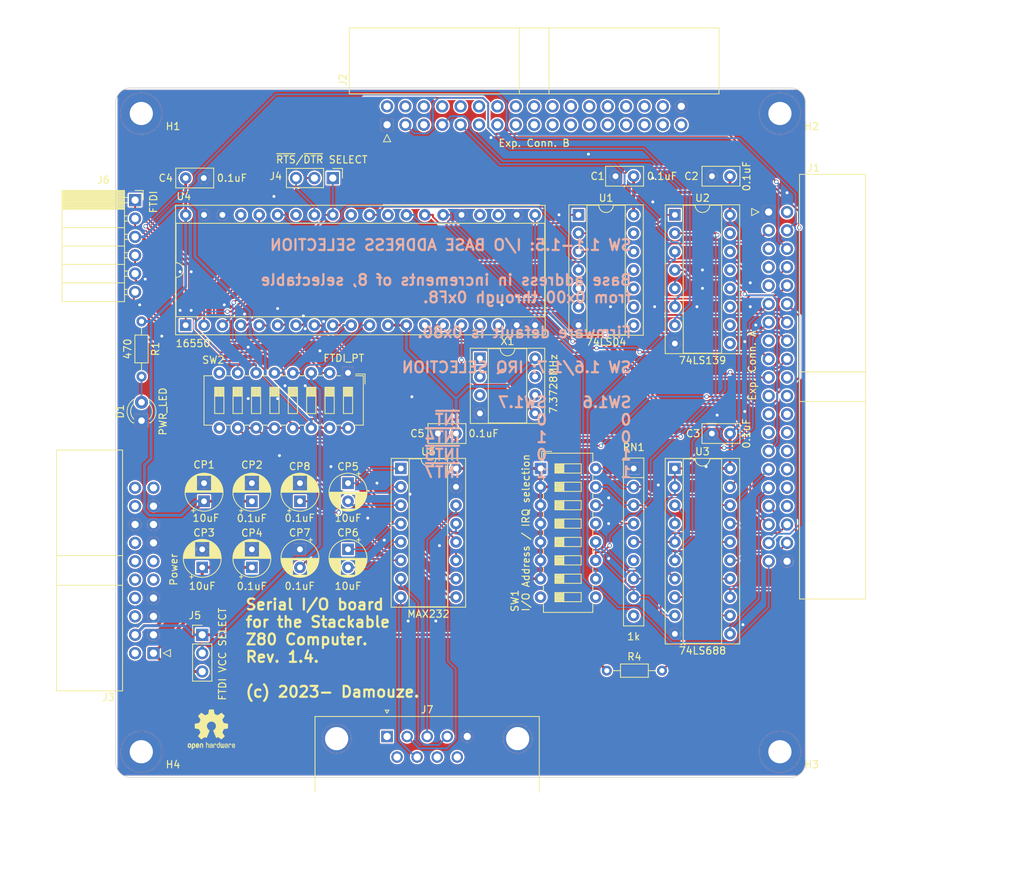
<source format=kicad_pcb>
(kicad_pcb (version 20221018) (generator pcbnew)
  (title_block (title "Serial I/O board for the Stackable Z80 Computer") (date "2023-09-04") (rev "1.4"))
  (layers (0 "F.Cu" mixed) (31 "B.Cu" mixed) (34 "B.Paste" user) (35 "F.Paste" user) (36 "B.SilkS" user "B.Silkscreen") (37 "F.SilkS" user "F.Silkscreen") (38 "B.Mask" user) (39 "F.Mask" user) (44 "Edge.Cuts" user))
  (net 0 "")
  (net 1 "/+5V")
  (net 2 "/GND")
  (net 3 "/~{RESET_SW}")
  (net 4 "/~{NMI}")
  (net 5 "/~{RESET}")
  (net 6 "/BUS_CLK")
  (net 7 "/CPU_CLK")
  (net 8 "/~{B_M1}")
  (net 9 "/~{B_IORQ}")
  (net 10 "/~{B_MREQ}")
  (net 11 "/~{B_WR}")
  (net 12 "/~{B_RD}")
  (net 13 "/~{WAIT}")
  (net 14 "/~{B_RFSH}")
  (net 15 "/M_A21")
  (net 16 "/M_A20")
  (net 17 "/M_A19")
  (net 18 "/M_A18")
  (net 19 "/M_A17")
  (net 20 "/M_A16")
  (net 21 "/-12V")
  (net 22 "/+12V")
  (net 23 "/USER2")
  (net 24 "/USER1")
  (net 25 "/USER3")
  (net 26 "/USER0")
  (net 27 "/B_D7")
  (net 28 "/PWR_OK")
  (net 29 "/B_D6")
  (net 30 "/B_D5")
  (net 31 "/B_D4")
  (net 32 "/B_D3")
  (net 33 "/B_D2")
  (net 34 "/B_D1")
  (net 35 "/B_D0")
  (net 36 "/B_A15")
  (net 37 "/B_A14")
  (net 38 "/B_A13")
  (net 39 "/B_A12")
  (net 40 "/~{INT7}")
  (net 41 "/B_A11")
  (net 42 "/~{INT6}")
  (net 43 "/B_A10")
  (net 44 "/~{INT5}")
  (net 45 "/B_A9")
  (net 46 "/~{INT4}")
  (net 47 "/B_A8")
  (net 48 "/~{INT3}")
  (net 49 "/B_A7")
  (net 50 "/~{INT2}")
  (net 51 "/B_A6")
  (net 52 "/B_A5")
  (net 53 "/B_A4")
  (net 54 "/B_A3")
  (net 55 "/B_A2")
  (net 56 "/B_A1")
  (net 57 "/B_A0")
  (net 58 "/~{INT0}")
  (net 59 "/~{INT1}")
  (net 60 "/USER15")
  (net 61 "/~{INT}")
  (net 62 "/~{B_BUSACK}")
  (net 63 "/USER14")
  (net 64 "/USER13")
  (net 65 "/USER12")
  (net 66 "/USER11")
  (net 67 "/USER10")
  (net 68 "/USER9")
  (net 69 "/USER8")
  (net 70 "/USER7")
  (net 71 "/M_A15")
  (net 72 "/USER6")
  (net 73 "/M_A14")
  (net 74 "/USER5")
  (net 75 "/USER4")
  (net 76 "/+3.3V")
  (net 77 "/+5V2")
  (net 78 "/+5VSB")
  (net 79 "/PS_ON")
  (net 80 "/+5V4")
  (net 81 "/+5V3")
  (net 82 "/+3.3V2")
  (net 83 "/+3.3V3")
  (net 84 "/~{BUSREQ}")
  (net 85 "/UART_CLK")
  (net 88 "/UART_INT")
  (net 89 "/~{UART_INT}")
  (net 90 "/UART_RESET")
  (net 99 "/IRQ1_S")
  (net 100 "/IRQ0_S")
  (net 108 "/~{UART_CS}")
  (net 109 "/~{BAUDOUT}")
  (net 110 "Net-(U5-C1+)")
  (net 111 "Net-(U5-C1-)")
  (net 116 "Net-(U5-C2+)")
  (net 117 "Net-(U5-C2-)")
  (net 119 "Net-(U5-VS-)")
  (net 121 "Net-(U5-VS+)")
  (net 122 "/~{UART_RTS}")
  (net 125 "/RX")
  (net 126 "/TX")
  (net 127 "Net-(J4-Pin_2)")
  (net 128 "/~{UART_DTR}")
  (net 129 "/SUPVCC")
  (net 130 "Net-(J6-Pin_1)")
  (net 131 "/~{CTS}")
  (net 132 "/FTDI_VCC")
  (net 133 "/~{DTR}")
  (net 135 "/S_RX")
  (net 136 "/S_TX")
  (net 140 "/~{UART_CTS}")
  (net 141 "/UART_SOUT")
  (net 142 "/UART_SIN")
  (net 145 "/~{RTS}")
  (net 146 "/R_A3")
  (net 147 "/R_A4")
  (net 148 "/R_A5")
  (net 149 "/R_A6")
  (net 150 "/R_A7")
  (net 151 "/~{R_M1}")
  (net 152 "/~{R_IORQ}")
  (net 154 "Net-(D1-A)")
  (net 155 "/S_DTR")
  (net 156 "/S_RTS")
  (footprint "MountingHole:MountingHole_3.2mm_M3_ISO7380_Pad" (layer "F.Cu") (at 28.925 28.925)
    (fp_text reference "H1")
    (fp_text value "MountingHole_Pad")
  )
  (footprint "Symbol:OSHW-Logo2_7.3x6mm_SilkScreen" (layer "F.Cu") (at 38.608 114.046)
    (fp_text reference "REF**" hide)
    (fp_text value "OSHW-Logo2_7.3x6mm_SilkScreen" hide)
  )
  (footprint "Resistor_THT:R_Axial_DIN0204_L3.6mm_D1.6mm_P7.62mm_Horizontal" (layer "F.Cu") (at 93.218 105.918)
    (fp_text reference "R4")
    (fp_text value "4.7k")
  )
  (footprint "Capacitor_THT:CP_Radial_D5.0mm_P2.50mm" (layer "F.Cu") (at 57.476 80.01 -90)
    (fp_text reference "CP5")
    (fp_text value "10uF")
  )
  (footprint "Capacitor_THT:CP_Radial_D5.0mm_P2.50mm" (layer "F.Cu") (at 37.592 82.51 90)
    (fp_text reference "CP1")
    (fp_text value "10uF")
  )
  (footprint "Package_DIP:DIP-8_W7.62mm_Socket" (layer "F.Cu") (at 75.692 62.748)
    (fp_text reference "X1")
    (fp_text value "7.3728MHz")
  )
  (footprint "Capacitor_THT:C_Disc_D5.0mm_W2.5mm_P2.50mm" (layer "F.Cu") (at 72.39 73.152 180)
    (fp_text reference "C5")
    (fp_text value "0.1uF")
  )
  (footprint "Resistor_THT:R_Array_SIP9" (layer "F.Cu") (at 96.925 77.978 -90)
    (fp_text reference "RN1")
    (fp_text value "1k")
  )
  (footprint "Connector_PinHeader_2.54mm:PinHeader_1x03_P2.54mm_Vertical" (layer "F.Cu") (at 55.372 37.846 -90)
    (fp_text reference "J4")
    (fp_text value "~{RTS}/~{DTR} SELECT")
  )
  (footprint "Connector_Dsub:DSUB-9_Male_Horizontal_P2.77x2.84mm_EdgePinOffset4.94mm_Housed_MountingHolesOffset7.48mm" (layer "F.Cu") (at 62.865 115.016)
    (fp_text reference "J7")
    (fp_text value "COM1")
  )
  (footprint "Capacitor_THT:CP_Radial_D5.0mm_P2.50mm" (layer "F.Cu") (at 44.196 91.654 90)
    (fp_text reference "CP4")
    (fp_text value "0.1uF")
  )
  (footprint "Resistor_THT:R_Axial_DIN0204_L3.6mm_D1.6mm_P7.62mm_Horizontal" (layer "F.Cu") (at 28.956 57.658 -90)
    (fp_text reference "R1")
    (fp_text value "470")
  )
  (footprint "MountingHole:MountingHole_3.2mm_M3_ISO7380_Pad" (layer "F.Cu") (at 117.125 28.925)
    (fp_text reference "H2")
    (fp_text value "MountingHole_Pad")
  )
  (footprint "Capacitor_THT:CP_Radial_D5.0mm_P2.50mm" (layer "F.Cu") (at 57.476 89.154 -90)
    (fp_text reference "CP6")
    (fp_text value "10uF")
  )
  (footprint "Connector_PinSocket_2.54mm:PinSocket_1x06_P2.54mm_Horizontal" (layer "F.Cu") (at 28.067 40.894)
    (fp_text reference "J6")
    (fp_text value "FTDI")
  )
  (footprint "Capacitor_THT:CP_Radial_D5.0mm_P2.50mm" (layer "F.Cu") (at 50.836 89.154 -90)
    (fp_text reference "CP7")
    (fp_text value "0.1uF")
  )
  (footprint "Connector_IDC:IDC-Header_2x20_P2.54mm_Horizontal" (layer "F.Cu") (at 115.57 42.545)
    (fp_text reference "J1")
    (fp_text value "Exp. Conn. A")
  )
  (footprint "Package_DIP:DIP-14_W7.62mm_Socket" (layer "F.Cu") (at 89.305 42.936)
    (fp_text reference "U1")
    (fp_text value "74LS04")
  )
  (footprint "Package_DIP:DIP-40_W15.24mm_Socket" (layer "F.Cu") (at 35.052 58.176 90)
    (fp_text reference "U4")
    (fp_text value "16550")
  )
  (footprint "Package_DIP:DIP-16_W7.62mm_Socket" (layer "F.Cu") (at 64.77 77.978)
    (fp_text reference "U5")
    (fp_text value "MAX232")
  )
  (footprint "LED_THT:LED_D3.0mm" (layer "F.Cu") (at 28.956 71.374 90)
    (fp_text reference "D1")
    (fp_text value "PWR_LED")
  )
  (footprint "Package_DIP:DIP-20_W7.62mm_Socket" (layer "F.Cu") (at 102.616 77.978)
    (fp_text reference "U3")
    (fp_text value "74LS688")
  )
  (footprint "Capacitor_THT:C_Disc_D5.0mm_W2.5mm_P2.50mm" (layer "F.Cu") (at 96.925 37.592 180)
    (fp_text reference "C1")
    (fp_text value "0.1uF")
  )
  (footprint "Package_DIP:DIP-16_W7.62mm_Socket" (layer "F.Cu") (at 102.616 42.936)
    (fp_text reference "U2")
    (fp_text value "74LS139")
  )
  (footprint "Button_Switch_THT:SW_DIP_SPSTx08_Slide_6.7x21.88mm_W7.62mm_P2.54mm_LowProfile" (layer "F.Cu") (at 84.064 77.978)
    (fp_text reference "SW1")
    (fp_text value "I/O Address / IRQ selection")
  )
  (footprint "Connector_PinHeader_2.54mm:PinHeader_1x03_P2.54mm_Vertical" (layer "F.Cu") (at 37.338 100.965)
    (fp_text reference "J5")
    (fp_text value "FTDI VCC SELECT")
  )
  (footprint "Capacitor_THT:CP_Radial_D5.0mm_P2.50mm" (layer "F.Cu") (at 44.196 82.51 90)
    (fp_text reference "CP2")
    (fp_text value "0.1uF")
  )
  (footprint "Capacitor_THT:C_Disc_D5.0mm_W2.5mm_P2.50mm" (layer "F.Cu") (at 110.236 37.592 180)
    (fp_text reference "C2")
    (fp_text value "0.1uF")
  )
  (footprint "Capacitor_THT:C_Disc_D5.0mm_W2.5mm_P2.50mm" (layer "F.Cu") (at 110.236 73.152 180)
    (fp_text reference "C3")
    (fp_text value "0.1uF")
  )
  (footprint "Capacitor_THT:CP_Radial_D5.0mm_P2.50mm" (layer "F.Cu") (at 50.836 82.51 90)
    (fp_text reference "CP8")
    (fp_text value "0.1uF")
  )
  (footprint "Capacitor_THT:CP_Radial_D5.0mm_P2.50mm" (layer "F.Cu") (at 37.338 91.654 90)
    (fp_text reference "CP3")
    (fp_text value "10uF")
  )
  (footprint "Connector_IDC:IDC-Header_2x10_P2.54mm_Horizontal" (layer "F.Cu") (at 30.607 103.505 180)
    (fp_text reference "J3")
    (fp_text value "Power")
  )
  (footprint "MountingHole:MountingHole_3.2mm_M3_ISO7380_Pad" (layer "F.Cu") (at 28.925 117.125)
    (fp_text reference "H4")
    (fp_text value "MountingHole_Pad")
  )
  (footprint "Connector_IDC:IDC-Header_2x17_P2.54mm_Horizontal" (layer "F.Cu") (at 62.865 30.48 90)
    (fp_text reference "J2")
    (fp_text value "Exp. Conn. B")
  )
  (footprint "Capacitor_THT:C_Disc_D5.0mm_W2.5mm_P2.50mm" (layer "F.Cu") (at 35.052 37.846)
    (fp_text reference "C4")
    (fp_text value "0.1uF")
  )
  (footprint "Button_Switch_THT:SW_DIP_SPSTx08_Slide_6.7x21.88mm_W7.62mm_P2.54mm_LowProfile" (layer "F.Cu") (at 57.476 64.77 -90)
    (fp_text reference "SW2")
    (fp_text value "FTDI_PT")
  )
  (footprint "MountingHole:MountingHole_3.2mm_M3_ISO7380_Pad" (layer "F.Cu") (at 117.125 117.125)
    (fp_text reference "H3")
    (fp_text value "MountingHole_Pad")
  )
  (gr_line (start 25.4 27.4) (end 25.4 118.65) (stroke (width 0.1)) (layer "Edge.Cuts"))
  (gr_line (start 120.65 27.4) (end 120.65 118.65) (stroke (width 0.1)) (layer "Edge.Cuts"))
  (gr_arc (start 120.65 118.65) (mid 120.064214 120.064214) (end 118.65 120.65) (stroke (width 0.1)) (layer "Edge.Cuts"))
  (gr_arc (start 27.4 120.65) (mid 25.985786 120.064214) (end 25.4 118.65) (stroke (width 0.1)) (layer "Edge.Cuts"))
  (gr_arc (start 25.4 27.4) (mid 25.985786 25.985786) (end 27.4 25.4) (stroke (width 0.1)) (layer "Edge.Cuts"))
  (gr_arc (start 118.65 25.4) (mid 120.064214 25.985786) (end 120.65 27.4) (stroke (width 0.1)) (layer "Edge.Cuts"))
  (gr_line (start 27.4 120.65) (end 118.65 120.65) (stroke (width 0.1)) (layer "Edge.Cuts"))
  (gr_line (start 27.4 25.4) (end 118.65 25.4) (stroke (width 0.1)) (layer "Edge.Cuts"))
  (gr_text "SW 1.1-1.5: I/O BASE ADDRESS SELECTION\n\nBase address in increments of 8, selectable\nfrom 0x00 through 0xF8.\n\nFirmware default is 0x80.\n\nSW 1.6/1.7: IRQ SELECTION\n\nSW1.6	SW1.7\n0		0		~{INT}\n0		1		~{INT4}\n1		0		~{INT5}\n1		1		~{INT7}\n\n" (at 96.774 81.788) (layer "B.SilkS") (effects (font (size 1.5 1.5) (thickness 0.3) bold) (justify left bottom mirror)))
  (gr_text "Serial I/O board\nfor the Stackable\nZ80 Computer.\nRev. ${REVISION}.\n\n(c) 2023- Damouze." (at 43.18 109.728) (layer "F.SilkS") (effects (font (size 1.5 1.5) (thickness 0.3) bold) (justify left bottom)))
  (segment (start 96.925 37.592) (end 96.925 39.814) (width 0.4) (layer "F.Cu") (net 1))
  (segment (start 109.0359 77.978) (end 107.8358 79.1781) (width 0.4) (layer "F.Cu") (net 1))
  (segment (start 36.138 94.672) (end 36.138 83.964) (width 0.4) (layer "F.Cu") (net 1))
  (segment (start 84.064 77.978) (end 72.39 77.978) (width 0.4) (layer "F.Cu") (net 1))
  (segment (start 75.1169 100.965) (end 88.265 100.965) (width 0.4) (layer "F.Cu") (net 1))
  (segment (start 37.592 82.51) (end 44.196 82.51) (width 0.4) (layer "F.Cu") (net 1))
  (segment (start 72.39 73.152) (end 72.39 77.978) (width 0.4) (layer "F.Cu") (net 1))
  (segment (start 65.532 58.176) (end 62.992 58.176) (width 0.4) (layer "F.Cu") (net 1))
  (segment (start 110.236 40.3059) (end 110.236 42.936) (width 0.4) (layer "F.Cu") (net 1))
  (segment (start 109.7441 39.814) (end 110.236 40.3059) (width 0.4) (layer "F.Cu") (net 1))
  (segment (start 31.095 99.715) (end 36.138 94.672) (width 0.4) (layer "F.Cu") (net 1))
  (segment (start 29.317 99.715) (end 31.095 99.715) (width 0.4) (layer "F.Cu") (net 1))
  (segment (start 75.1169 100.965) (end 37.338 100.965) (width 0.4) (layer "F.Cu") (net 1))
  (segment (start 28.067 100.965) (end 29.317 99.715) (width 0.4) (layer "F.Cu") (net 1))
  (segment (start 86.604 79.1781) (end 85.2641 80.518) (width 0.4) (layer "F.Cu") (net 1))
  (segment (start 110.236 37.592) (end 110.236 40.3059) (width 0.4) (layer "F.Cu") (net 1))
  (segment (start 82.8639 93.218) (end 75.1169 100.965) (width 0.4) (layer "F.Cu") (net 1))
  (segment (start 110.236 73.152) (end 110.236 77.978) (width 0.4) (layer "F.Cu") (net 1))
  (segment (start 35.052 37.846) (end 35.052 42.936) (width 0.4) (layer "F.Cu") (net 1))
  (segment (start 107.8358 79.1781) (end 86.604 79.1781) (width 0.4) (layer "F.Cu") (net 1))
  (segment (start 84.064 80.518) (end 85.2641 80.518) (width 0.4) (layer "F.Cu") (net 1))
  (segment (start 96.925 39.814) (end 96.925 42.936) (width 0.4) (layer "F.Cu") (net 1))
  (segment (start 36.138 83.964) (end 37.592 82.51) (width 0.4) (layer "F.Cu") (net 1))
  (segment (start 88.265 100.965) (end 93.218 105.918) (width 0.4) (layer "F.Cu") (net 1))
  (segment (start 96.925 39.814) (end 109.7441 39.814) (width 0.4) (layer "F.Cu") (net 1))
  (segment (start 110.236 77.978) (end 109.0359 77.978) (width 0.4) (layer "F.Cu") (net 1))
  (segment (start 84.064 93.218) (end 82.8639 93.218) (width 0.4) (layer "F.Cu") (net 1))
  (segment (start 84.064 88.138) (end 84.064 85.598) (width 0.4) (layer "B.Cu") (net 1))
  (segment (start 35.052 52.8758) (end 30.2698 57.658) (width 0.4) (layer "B.Cu") (net 1))
  (segment (start 72.39 68.3564) (end 74.1184 66.628) (width 0.4) (layer "B.Cu") (net 1))
  (segment (start 37.592 82.51) (end 36.3919 82.51) (width 0.4) (layer "B.Cu") (net 1))
  (segment (start 72.39 73.152) (end 72.39 68.3564) (width 0.4) (layer "B.Cu") (net 1))
  (segment (start 84.064 90.678) (end 84.064 88.138) (width 0.4) (layer "B.Cu") (net 1))
  (segment (start 29.3171 99.7149) (end 34.8378 99.7149) (width 0.4) (layer "B.Cu") (net 1))
  (segment (start 79.432 66.628) (end 83.312 62.748) (width 0.4) (layer "B.Cu") (net 1))
  (segment (start 30.2698 57.658) (end 30.2698 76.6127) (width 0.4) (layer "B.Cu") (net 1))
  (segment (start 29.3568 77.5257) (end 29.3568 83.7709) (width 0.4) (layer "B.Cu") (net 1))
  (segment (start 30.2698 57.658) (end 28.956 57.658) (width 0.4) (layer "B.Cu") (net 1))
  (segment (start 37.338 100.965) (end 36.0879 100.965) (width 0.4) (layer "B.Cu") (net 1))
  (segment (start 84.064 83.058) (end 84.064 80.518) (width 0.4) (layer "B.Cu") (net 1))
  (segment (start 84.064 85.598) (end 84.064 83.058) (width 0.4) (layer "B.Cu") (net 1))
  (segment (start 111.4729 44.998) (end 111.4729 71.9151) (width 0.4) (layer "B.Cu") (net 1))
  (segment (start 111.4729 71.9151) (end 110.236 73.152) (width 0.4) (layer "B.Cu") (net 1))
  (segment (start 34.4469 84.455) (end 36.3919 82.51) (width 0.4) (layer "B.Cu") (net 1))
  (segment (start 30.0409 84.455) (end 34.4469 84.455) (width 0.4) (layer "B.Cu") (net 1))
  (segment (start 110.236 44.1361) (end 110.611 44.1361) (width 0.4) (layer "B.Cu") (net 1))
  (segment (start 65.532 61.4984) (end 65.532 58.176) (width 0.4) (layer "B.Cu") (net 1))
  (segment (start 34.8378 99.7149) (end 36.0879 100.965) (width 0.4) (layer "B.Cu") (net 1))
  (segment (start 74.1184 66.628) (end 79.432 66.628) (width 0.4) (layer "B.Cu") (net 1))
  (segment (start 110.236 42.936) (end 110.236 44.1361) (width 0.4) (layer "B.Cu") (net 1))
  (segment (start 28.067 100.965) (end 29.3171 99.7149) (width 0.4) (layer "B.Cu") (net 1))
  (segment (start 72.39 68.3564) (end 65.532 61.4984) (width 0.4) (layer "B.Cu") (net 1))
  (segment (start 30.2698 76.6127) (end 29.3568 77.5257) (width 0.4) (layer "B.Cu") (net 1))
  (segment (start 110.611 44.1361) (end 111.4729 44.998) (width 0.4) (layer "B.Cu") (net 1))
  (segment (start 84.064 93.218) (end 84.064 90.678) (width 0.4) (layer "B.Cu") (net 1))
  (segment (start 35.052 42.936) (end 35.052 52.8758) (width 0.4) (layer "B.Cu") (net 1))
  (segment (start 84.064 80.518) (end 84.064 77.978) (width 0.4) (layer "B.Cu") (net 1))
  (segment (start 29.3568 83.7709) (end 30.0409 84.455) (width 0.4) (layer "B.Cu") (net 1))
  (via (at 78.74 55.372) (size 0.6) (drill 0.4) (layers "F.Cu" "B.Cu") (net 2))
  (via (at 99.568 37.846) (size 0.6) (drill 0.4) (layers "F.Cu" "B.Cu") (net 2))
  (via (at 106.934 77.724) (size 0.6) (drill 0.4) (layers "F.Cu" "B.Cu") (net 2))
  (via (at 112.014 99.568) (size 0.6) (drill 0.4) (layers "F.Cu" "B.Cu") (net 2))
  (via (at 35.814 50.8) (size 0.6) (drill 0.4) (layers "F.Cu" "B.Cu") (net 2))
  (via (at 93.472 82.042) (size 0.6) (drill 0.4) (layers "F.Cu" "B.Cu") (net 2))
  (via (at 43.688 61.214) (size 0.6) (drill 0.4) (layers "F.Cu" "B.Cu") (net 2))
  (via (at 51.562 58.674) (size 0.6) (drill 0.4) (layers "F.Cu" "B.Cu") (net 2))
  (via (at 69.596 99.06) (size 0.6) (drill 0.4) (layers "F.Cu" "B.Cu") (net 2))
  (via (at 60.198 84.836) (size 0.6) (drill 0.4) (layers "F.Cu" "B.Cu") (net 2))
  (via (at 93.472 90.424) (size 0.6) (drill 0.4) (layers "F.Cu" "B.Cu") (net 2))
  (via (at 47.752 55.88) (size 0.6) (drill 0.4) (layers "F.Cu" "B.Cu") (net 2))
  (via (at 43.688 68.326) (size 0.6) (drill 0.4) (layers "F.Cu" "B.Cu") (net 2))
  (via (at 53.594 61.722) (size 0.6) (drill 0.4) (layers "F.Cu" "B.Cu") (net 2))
  (via (at 118.11 39.878) (size 0.6) (drill 0.4) (layers "F.Cu" "B.Cu") (net 2))
  (via (at 99.568 41.148) (size 0.6) (drill 0.4) (layers "F.Cu" "B.Cu") (net 2))
  (via (at 34.29 56.134) (size 0.6) (drill 0.4) (layers "F.Cu" "B.Cu") (net 2))
  (via (at 105.664 55.626) (size 0.6) (drill 0.4) (layers "F.Cu" "B.Cu") (net 2))
  (via (at 55.118 77.724) (size 0.6) (drill 0.4) (layers "F.Cu" "B.Cu") (net 2))
  (via (at 43.18 56.642) (size 0.6) (drill 0.4) (layers "F.Cu" "B.Cu") (net 2))
  (via (at 66.294 68.072) (size 0.6) (drill 0.4) (layers "F.Cu" "B.Cu") (net 2))
  (via (at 66.04 81.534) (size 0.6) (drill 0.4) (layers "F.Cu" "B.Cu") (net 2))
  (via (at 106.426 53.086) (size 0.6) (drill 0.4) (layers "F.Cu" "B.Cu") (net 2))
  (via (at 40.386 55.372) (size 0.6) (drill 0.4) (layers "F.Cu" "B.Cu") (net 2))
  (via (at 35.814 56.134) (size 0.6) (drill 0.4) (layers "F.Cu" "B.Cu") (net 2))
  (via (at 34.29 50.8) (size 0.6) (drill 0.4) (layers "F.Cu" "B.Cu") (net 2))
  (via (at 112.268 70.104) (size 0.6) (drill 0.4) (layers "F.Cu" "B.Cu") (net 2))
  (via (at 65.786 99.06) (size 0.6) (drill 0.4) (layers "F.Cu" "B.Cu") (net 2))
  (via (at 51.308 56.896) (size 0.6) (drill 0.4) (layers "F.Cu" "B.Cu") (net 2))
  (via (at 93.472 85.598) (size 0.6) (drill 0.4) (layers "F.Cu" "B.Cu") (net 2))
  (via (at 99.822 55.626) (size 0.6) (drill 0.4) (layers "F.Cu" "B.Cu") (net 2))
  (via (at 112.268 60.452) (size 0.6) (drill 0.4) (layers "F.Cu" "B.Cu") (net 2))
  (via (at 108.458 70.612) (size 0.6) (drill 0.4) (layers "F.Cu" "B.Cu") (net 2))
  (via (at 90.678 34.544) (size 0.6) (drill 0.4) (layers "F.Cu" "B.Cu") (net 2))
  (via (at 51.562 66.548) (size 0.6) (drill 0.4) (layers "F.Cu" "B.Cu") (net 2))
  (via (at 86.614 42.926) (size 0.6) (drill 0.4) (layers "F.Cu" "B.Cu") (net 2))
  (via (at 100.33 80.264) (size 0.6) (drill 0.4) (layers "F.Cu" "B.Cu") (net 2))
  (via (at 28.702 55.372) (size 0.6) (drill 0.4) (layers "F.Cu" "B.Cu") (net 2))
  (via (at 48.768 66.548) (size 0.6) (drill 0.4) (layers "F.Cu" "B.Cu") (net 2))
  (via (at 61.468 80.01) (size 0.6) (drill 0.4) (layers "F.Cu" "B.Cu") (net 2))
  (via (at 54.102 57.658) (size 0.6) (drill 0.4) (layers "F.Cu" "B.Cu") (net 2))
  (via (at 113.792 58.166) (size 0.6) (drill 0.4) (layers "F.Cu" "B.Cu") (net 2))
  (via (at 106.426 50.546) (size 0.6) (drill 0.4) (layers "F.Cu" "B.Cu") (net 2))
  (via (at 93.726 55.626) (size 0.6) (drill 0.4) (layers "F.Cu" "B.Cu") (net 2))
  (via (at 31.75 59.69) (size 0.6) (drill 0.4) (layers "F.Cu" "B.Cu") (net 2))
  (via (at 29.464 51.816) (size 0.6) (drill 0.4) (layers "F.Cu" "B.Cu") (net 2))
  (via (at 62.484 87.884) (size 0.6) (drill 0.4) (layers "F.Cu" "B.Cu") (net 2))
  (via (at 77.216 32.258) (size 0.6) (drill 0.4) (layers "F.Cu" "B.Cu") (net 2))
  (via (at 113.03 52.324) (size 0.6) (drill 0.4) (layers "F.Cu" "B.Cu") (net 2))
  (via (at 70.104 88.646) (size 0.6) (drill 0.4) (layers "F.Cu" "B.Cu") (net 2))
  (via (at 47.752 68.326) (size 0.6) (drill 0.4) (layers "F.Cu" "B.Cu") (net 2))
  (via (at 48.006 76.2) (size 0.6) (drill 0.4) (layers "F.Cu" "B.Cu") (net 2))
  (via (at 47.244 40.386) (size 0.6) (drill 0.4) (layers "F.Cu" "B.Cu") (net 2))
  (via (at 113.03 55.626) (size 0.6) (drill 0.4) (layers "F.Cu" "B.Cu") (net 2))
  (segment (start 94.425 37.592) (end 94.425 53.056) (width 0.4) (layer "B.Cu") (net 2))
  (segment (start 50.836 89.154) (end 44.196 89.154) (width 0.4) (layer "B.Cu") (net 2))
  (segment (start 37.592 80.01) (end 44.196 80.01) (width 0.4) (layer "B.Cu") (net 2))
  (segment (start 30.607 83.185) (end 34.417 83.185) (width 0.4) (layer "B.Cu") (net 2))
  (segment (start 69.89 78.018) (end 72.39 80.518) (width 0.4) (layer "B.Cu") (net 2))
  (segment (start 37.552 37.846) (end 37.552 39.5131) (width 0.4) (layer "B.Cu") (net 2))
  (segment (start 55.0149 56.976) (end 79.572 56.976) (width 0.4) (layer "B.Cu") (net 2))
  (segment (start 30.607 88.265) (end 36.449 88.265) (width 0.4) (layer "B.Cu") (net 2))
  (segment (start 107.736 37.592) (end 107.736 55.596) (width 0.4) (layer "B.Cu") (net 2))
  (segment (start 50.836 80.01) (end 44.196 80.01) (width 0.4) (layer "B.Cu") (net 2))
  (segment (start 94.425 53.056) (end 89.305 58.176) (width 0.4) (layer "B.Cu") (net 2))
  (segment (start 37.552 39.5131) (end 55.0149 56.976) (width 0.4) (layer "B.Cu") (net 2))
  (segment (start 80.772 58.176) (end 83.312 58.176) (width 0.4) (layer "B.Cu") (net 2))
  (segment (start 69.89 73.152) (end 69.89 78.018) (width 0.4) (layer "B.Cu") (net 2))
  (segment (start 107.736 95.718) (end 102.616 100.838) (width 0.4) (layer "B.Cu") (net 2))
  (segment (start 37.338 89.154) (end 44.196 89.154) (width 0.4) (layer "B.Cu") (net 2))
  (segment (start 34.417 83.185) (end 37.592 80.01) (width 0.4) (layer "B.Cu") (net 2))
  (segment (start 107.736 73.152) (end 107.736 95.718) (width 0.4) (layer "B.Cu") (net 2))
  (segment (start 107.736 55.596) (end 102.616 60.716) (width 0.4) (layer "B.Cu") (net 2))
  (segment (start 36.449 88.265) (end 37.338 89.154) (width 0.4) (layer "B.Cu") (net 2))
  (segment (start 79.572 56.976) (end 80.772 58.176) (width 0.4) (layer "B.Cu") (net 2))
  (segment (start 109.851 46.746) (end 113.909 46.746) (width 0.25) (layer "F.Cu") (net 5))
  (segment (start 91.561 46.8851) (end 108.9156 46.8851) (width 0.25) (layer "F.Cu") (net 5))
  (segment (start 113.909 46.746) (end 115.57 45.085) (width 0.25) (layer "F.Cu") (net 5))
  (segment (start 89.305 48.016) (end 90.4301 48.016) (width 0.25) (layer "F.Cu") (net 5))
  (segment (start 109.0548 47.0243) (end 109.5727 47.0243) (width 0.25) (layer "F.Cu") (net 5))
  (segment (start 109.5727 47.0243) (end 109.851 46.746) (width 0.25) (layer "F.Cu") (net 5))
  (segment (start 108.9156 46.8851) (end 109.0548 47.0243) (width 0.25) (layer "F.Cu") (net 5))
  (segment (start 90.4301 48.016) (end 91.561 46.8851) (width 0.25) (layer "F.Cu") (net 5))
  (segment (start 112.9208 72.1269) (end 112.9208 57.8942) (width 0.25) (layer "B.Cu") (net 8))
  (segment (start 102.616 90.678) (end 102.616 89.5529) (width 0.25) (layer "B.Cu") (net 8))
  (segment (start 107.2228 72.011) (end 108.2006 72.011) (width 0.25) (layer "B.Cu") (net 8))
  (segment (start 110.7585 74.2892) (end 112.9208 72.1269) (width 0.25) (layer "B.Cu") (net 8))
  (segment (start 102.8778 89.5529) (end 105.035 87.3957) (width 0.25) (layer "B.Cu") (net 8))
  (segment (start 112.9208 57.8942) (end 115.57 55.245) (width 0.25) (layer "B.Cu") (net 8))
  (segment (start 108.986 73.5504) (end 109.7248 74.2892) (width 0.25) (layer "B.Cu") (net 8))
  (segment (start 108.986 72.7964) (end 108.986 73.5504) (width 0.25) (layer "B.Cu") (net 8))
  (segment (start 105.035 87.3957) (end 105.035 74.1988) (width 0.25) (layer "B.Cu") (net 8))
  (segment (start 108.2006 72.011) (end 108.986 72.7964) (width 0.25) (layer "B.Cu") (net 8))
  (segment (start 102.616 89.5529) (end 102.8778 89.5529) (width 0.25) (layer "B.Cu") (net 8))
  (segment (start 105.035 74.1988) (end 107.2228 72.011) (width 0.25) (layer "B.Cu") (net 8))
  (segment (start 109.7248 74.2892) (end 110.7585 74.2892) (width 0.25) (layer "B.Cu") (net 8))
  (segment (start 103.7411 77.978) (end 106.5889 75.1302) (width 0.25) (layer "F.Cu") (net 9))
  (segment (start 106.5889 75.1302) (end 109.4286 75.1302) (width 0.25) (layer "F.Cu") (net 9))
  (segment (start 102.616 77.978) (end 103.7411 77.978) (width 0.25) (layer "F.Cu") (net 9))
  (via (at 109.4286 75.1302) (size 0.6) (drill 0.4) (layers "F.Cu" "B.Cu") (net 9))
  (segment (start 101.4665 82.5594) (end 102.3828 81.6431) (width 0.25) (layer "B.Cu") (net 9))
  (segment (start 109.4286 75.1302) (end 110.6215 75.1302) (width 0.25) (layer "B.Cu") (net 9))
  (segment (start 102.616 80.518) (end 102.616 81.6431) (width 0.25) (layer "B.Cu") (net 9))
  (segment (start 113.3708 59.9842) (end 113.3708 72.3809) (width 0.25) (layer "B.Cu") (net 9))
  (segment (start 110.6215 75.1302) (end 112.81485 72.93685) (width 0.25) (layer "B.Cu") (net 9))
  (segment (start 102.616 84.4729) (end 102.3347 84.4729) (width 0.25) (layer "B.Cu") (net 9))
  (segment (start 115.57 57.785) (end 113.3708 59.9842) (width 0.25) (layer "B.Cu") (net 9))
  (segment (start 102.3347 84.4729) (end 101.4665 83.6047) (width 0.25) (layer "B.Cu") (net 9))
  (segment (start 101.4665 83.6047) (end 101.4665 82.5594) (width 0.25) (layer "B.Cu") (net 9))
  (segment (start 102.616 85.598) (end 102.616 84.4729) (width 0.25) (layer "B.Cu") (net 9))
  (segment (start 102.616 80.518) (end 102.616 77.978) (width 0.25) (layer "B.Cu") (net 9))
  (segment (start 113.3708 72.3809) (end 112.81485 72.93685) (width 0.25) (layer "B.Cu") (net 9))
  (segment (start 102.3828 81.6431) (end 102.616 81.6431) (width 0.25) (layer "B.Cu") (net 9))
  (segment (start 88.525516 61.3268) (end 87.142716 59.944) (width 0.25) (layer "F.Cu") (net 11))
  (segment (start 91.8017 61.3268) (end 88.525516 61.3268) (width 0.25) (layer "F.Cu") (net 11))
  (segment (start 87.142716 59.944) (end 80 59.944) (width 0.25) (layer "F.Cu") (net 11))
  (segment (start 114.6123 61.9073) (end 115.57 62.865) (width 0.25) (layer "F.Cu") (net 11))
  (segment (start 80 59.944) (end 78.232 58.176) (width 0.25) (layer "F.Cu") (net 11))
  (segment (start 97.76 61.9073) (end 114.6123 61.9073) (width 0.25) (layer "F.Cu") (net 11))
  (via (at 97.76 61.9073) (size 0.6) (drill 0.4) (layers "F.Cu" "B.Cu") (net 11))
  (via (at 91.8017 61.3268) (size 0.6) (drill 0.4) (layers "F.Cu" "B.Cu") (net 11))
  (segment (start 97.1795 61.3268) (end 97.76 61.9073) (width 0.25) (layer "B.Cu") (net 11))
  (segment (start 91.8017 61.3268) (end 97.1795 61.3268) (width 0.25) (layer "B.Cu") (net 11))
  (segment (start 98.9006 65.405) (end 115.57 65.405) (width 0.25) (layer "F.Cu") (net 12))
  (segment (start 93.041 59.5454) (end 98.9006 65.405) (width 0.25) (layer "F.Cu") (net 12))
  (via (at 93.041 59.5454) (size 0.6) (drill 0.4) (layers "F.Cu" "B.Cu") (net 12))
  (segment (start 89.052 59.5454) (end 93.041 59.5454) (width 0.25) (layer "B.Cu") (net 12))
  (segment (start 83.312 42.936) (end 83.312 53.8054) (width 0.25) (layer "B.Cu") (net 12))
  (segment (start 83.312 53.8054) (end 89.052 59.5454) (width 0.25) (layer "B.Cu") (net 12))
  (segment (start 35.052 58.176) (end 35.052 50.0374) (width 0.25) (layer "F.Cu") (net 27))
  (segment (start 35.052 50.0374) (end 29.5271 44.5125) (width 0.25) (layer "F.Cu") (net 27))
  (via (at 29.5271 44.5125) (size 0.6) (drill 0.4) (layers "F.Cu" "B.Cu") (net 27))
  (segment (start 78.1575 26.2802) (end 79.375 27.4977) (width 0.25) (layer "B.Cu") (net 27))
  (segment (start 119.2921 43.9029) (end 118.11 45.085) (width 0.25) (layer "B.Cu") (net 27))
  (segment (start 47.5139 26.2802) (end 78.1575 26.2802) (width 0.25) (layer "B.Cu") (net 27))
  (segment (start 34.7247 39.8408) (end 36.302 38.2635) (width 0.25) (layer "B.Cu") (net 27))
  (segment (start 80.8303 32.331) (end 111.5645 32.331) (width 0.25) (layer "B.Cu") (net 27))
  (segment (start 79.375 27.4977) (end 79.375 30.8757) (width 0.25) (layer "B.Cu") (net 27))
  (segment (start 36.302 37.4921) (end 47.5139 26.2802) (width 0.25) (layer "B.Cu") (net 27))
  (segment (start 79.375 30.8757) (end 80.8303 32.331) (width 0.25) (layer "B.Cu") (net 27))
  (segment (start 34.1988 39.8408) (end 34.7247 39.8408) (width 0.25) (layer "B.Cu") (net 27))
  (segment (start 119.2921 40.0586) (end 119.2921 43.9029) (width 0.25) (layer "B.Cu") (net 27))
  (segment (start 111.5645 32.331) (end 119.2921 40.0586) (width 0.25) (layer "B.Cu") (net 27))
  (segment (start 29.5271 44.5125) (end 34.1988 39.8408) (width 0.25) (layer "B.Cu") (net 27))
  (segment (start 36.302 38.2635) (end 36.302 37.4921) (width 0.25) (layer "B.Cu") (net 27))
  (segment (start 77.7121 31.7497) (end 110.029 31.7497) (width 0.25) (layer "F.Cu") (net 29))
  (segment (start 110.029 31.7497) (end 116.639 38.3597) (width 0.25) (layer "F.Cu") (net 29))
  (segment (start 43.942 47.1798) (end 43.942 42.4901) (width 0.25) (layer "F.Cu") (net 29))
  (segment (start 76.835 27.4814) (end 76.835 30.8726) (width 0.25) (layer "F.Cu") (net 29))
  (segment (start 59.6796 26.7525) (end 76.1061 26.7525) (width 0.25) (layer "F.Cu") (net 29))
  (segment (start 76.835 30.8726) (end 77.7121 31.7497) (width 0.25) (layer "F.Cu") (net 29))
  (segment (start 37.592 58.176) (end 37.592 53.5298) (width 0.25) (layer "F.Cu") (net 29))
  (segment (start 43.942 42.4901) (end 59.6796 26.7525) (width 0.25) (layer "F.Cu") (net 29))
  (segment (start 76.1061 26.7525) (end 76.835 27.4814) (width 0.25) (layer "F.Cu") (net 29))
  (segment (start 37.592 53.5298) (end 43.942 47.1798) (width 0.25) (layer "F.Cu") (net 29))
  (via (at 116.639 38.3597) (size 0.6) (drill 0.4) (layers "F.Cu" "B.Cu") (net 29))
  (segment (start 116.639 38.3597) (end 116.935 38.6557) (width 0.25) (layer "B.Cu") (net 29))
  (segment (start 116.935 46.4496) (end 116.9348 46.4498) (width 0.25) (layer "B.Cu") (net 29))
  (segment (start 116.935 38.6557) (end 116.935 46.4496) (width 0.25) (layer "B.Cu") (net 29))
  (segment (start 116.9348 46.4498) (end 118.11 47.625) (width 0.25) (layer "B.Cu") (net 29))
  (segment (start 48.863096 49.4225) (end 42.030798 56.254798) (width 0.25) (layer "F.Cu") (net 30))
  (segment (start 118.11 50.165) (end 116.9194 51.3556) (width 0.25) (layer "F.Cu") (net 30))
  (segment (start 42.030798 56.254798) (end 42.030798 56.277202) (width 0.25) (layer "F.Cu") (net 30))
  (segment (start 116.9194 51.3556) (end 113.0786 51.3556) (width 0.25) (layer "F.Cu") (net 30))
  (segment (start 113.0786 51.3556) (end 111.1455 49.4225) (width 0.25) (layer "F.Cu") (net 30))
  (segment (start 42.030798 56.277202) (end 40.132 58.176) (width 0.25) (layer "F.Cu") (net 30))
  (segment (start 111.1455 49.4225) (end 48.863096 49.4225) (width 0.25) (layer "F.Cu") (net 30))
  (segment (start 47.1812 54.5106) (end 112.5446 54.5106) (width 0.25) (layer "F.Cu") (net 31))
  (segment (start 113.0063 54.0489) (end 116.7661 54.0489) (width 0.25) (layer "F.Cu") (net 31))
  (segment (start 116.7661 54.0489) (end 118.11 52.705) (width 0.25) (layer "F.Cu") (net 31))
  (segment (start 43.5158 58.176) (end 47.1812 54.5106) (width 0.25) (layer "F.Cu") (net 31))
  (segment (start 42.672 58.176) (end 43.5158 58.176) (width 0.25) (layer "F.Cu") (net 31))
  (segment (start 112.5446 54.5106) (end 113.0063 54.0489) (width 0.25) (layer "F.Cu") (net 31))
  (segment (start 75.7235 74.8457) (end 92.4153 74.8457) (width 0.25) (layer "F.Cu") (net 32))
  (segment (start 118.11 55.245) (end 119.791 56.926) (width 0.25) (layer "F.Cu") (net 32))
  (segment (start 47.868 59.9883) (end 54.8513 59.9883) (width 0.25) (layer "F.Cu") (net 32))
  (segment (start 116.0854 69.1306) (end 113.2807 69.1306) (width 0.25) (layer "F.Cu") (net 32))
  (segment (start 71.6257 70.7479) (end 75.7235 74.8457) (width 0.25) (layer "F.Cu") (net 32))
  (segment (start 117.6209 66.77) (end 116.7452 67.6457) (width 0.25) (layer "F.Cu") (net 32))
  (segment (start 45.212 58.176) (end 46.0557 58.176) (width 0.25) (layer "F.Cu") (net 32))
  (segment (start 65.6109 70.7479) (end 71.6257 70.7479) (width 0.25) (layer "F.Cu") (net 32))
  (segment (start 116.7452 67.6457) (end 116.7452 68.4708) (width 0.25) (layer "F.Cu") (net 32))
  (segment (start 112.1961 68.046) (end 107.0062 68.046) (width 0.25) (layer "F.Cu") (net 32))
  (segment (start 116.7452 68.4708) (end 116.0854 69.1306) (width 0.25) (layer "F.Cu") (net 32))
  (segment (start 118.406701 66.77) (end 117.6209 66.77) (width 0.25) (layer "F.Cu") (net 32))
  (segment (start 46.0557 58.176) (end 47.868 59.9883) (width 0.25) (layer "F.Cu") (net 32))
  (segment (start 54.9625 60.0995) (end 65.6109 70.7479) (width 0.25) (layer "F.Cu") (net 32))
  (segment (start 113.2807 69.1306) (end 112.1961 68.046) (width 0.25) (layer "F.Cu") (net 32))
  (segment (start 119.791 65.385701) (end 118.406701 66.77) (width 0.25) (layer "F.Cu") (net 32))
  (segment (start 54.8513 59.9883) (end 54.9625 60.0995) (width 0.25) (layer "F.Cu") (net 32))
  (segment (start 119.791 56.926) (end 119.791 65.385701) (width 0.25) (layer "F.Cu") (net 32))
  (via (at 92.4153 74.8457) (size 0.6) (drill 0.4) (layers "F.Cu" "B.Cu") (net 32))
  (via (at 107.0062 68.046) (size 0.6) (drill 0.4) (layers "F.Cu" "B.Cu") (net 32))
  (segment (start 107.0062 68.046) (end 99.215 68.046) (width 0.25) (layer "B.Cu") (net 32))
  (segment (start 99.215 68.046) (end 92.4153 74.8457) (width 0.25) (layer "B.Cu") (net 32))
  (segment (start 50.7487 56.0231) (end 86.5023 56.0231) (width 0.25) (layer "F.Cu") (net 33))
  (segment (start 48.5958 58.176) (end 50.7487 56.0231) (width 0.25) (layer "F.Cu") (net 33))
  (segment (start 112.5918 56.7612) (end 112.7765 56.5765) (width 0.25) (layer "F.Cu") (net 33))
  (segment (start 47.752 58.176) (end 48.5958 58.176) (width 0.25) (layer "F.Cu") (net 33))
  (segment (start 112.7765 56.5765) (end 116.9015 56.5765) (width 0.25) (layer "F.Cu") (net 33))
  (segment (start 87.2404 56.7612) (end 112.5918 56.7612) (width 0.25) (layer "F.Cu") (net 33))
  (segment (start 116.9015 56.5765) (end 118.11 57.785) (width 0.25) (layer "F.Cu") (net 33))
  (segment (start 86.5023 56.0231) (end 87.2404 56.7612) (width 0.25) (layer "F.Cu") (net 33))
  (segment (start 95.1631 59.3012) (end 112.5918 59.3012) (width 0.25) (layer "F.Cu") (net 34))
  (segment (start 51.1358 58.176) (end 52.7766 56.5352) (width 0.25) (layer "F.Cu") (net 34))
  (segment (start 92.8169 58.8856) (end 94.7475 58.8856) (width 0.25) (layer "F.Cu") (net 34))
  (segment (start 50.292 58.176) (end 51.1358 58.176) (width 0.25) (layer "F.Cu") (net 34))
  (segment (start 112.5918 59.3012) (end 112.7765 59.1165) (width 0.25) (layer "F.Cu") (net 34))
  (segment (start 87.9954 59.3011) (end 92.4014 59.3011) (width 0.25) (layer "F.Cu") (net 34))
  (segment (start 112.7765 59.1165) (end 116.9015 59.1165) (width 0.25) (layer "F.Cu") (net 34))
  (segment (start 52.7766 56.5352) (end 85.2295 56.5352) (width 0.25) (layer "F.Cu") (net 34))
  (segment (start 85.2295 56.5352) (end 87.9954 59.3011) (width 0.25) (layer "F.Cu") (net 34))
  (segment (start 116.9015 59.1165) (end 118.11 60.325) (width 0.25) (layer "F.Cu") (net 34))
  (segment (start 92.4014 59.3011) (end 92.8169 58.8856) (width 0.25) (layer "F.Cu") (net 34))
  (segment (start 94.7475 58.8856) (end 95.1631 59.3012) (width 0.25) (layer "F.Cu") (net 34))
  (segment (start 110.2544 64.6774) (end 110.532 64.955) (width 0.25) (layer "F.Cu") (net 35))
  (segment (start 53.6757 58.176) (end 52.832 58.176) (width 0.25) (layer "F.Cu") (net 35))
  (segment (start 116.745 64.23) (end 118.11 62.865) (width 0.25) (layer "F.Cu") (net 35))
  (segment (start 110.532 64.955) (end 114.046 64.955) (width 0.25) (layer "F.Cu") (net 35))
  (segment (start 61.2657 65.766) (end 53.6757 58.176) (width 0.25) (layer "F.Cu") (net 35))
  (segment (start 75.3778 73.5599) (end 67.5839 65.766) (width 0.25) (layer "F.Cu") (net 35))
  (segment (start 114.046 64.955) (end 114.771 64.23) (width 0.25) (layer "F.Cu") (net 35))
  (segment (start 103.4149 73.5599) (end 75.3778 73.5599) (width 0.25) (layer "F.Cu") (net 35))
  (segment (start 114.771 64.23) (end 116.745 64.23) (width 0.25) (layer "F.Cu") (net 35))
  (segment (start 67.5839 65.766) (end 61.2657 65.766) (width 0.25) (layer "F.Cu") (net 35))
  (via (at 103.4149 73.5599) (size 0.6) (drill 0.4) (layers "F.Cu" "B.Cu") (net 35))
  (via (at 110.2544 64.6774) (size 0.6) (drill 0.4) (layers "F.Cu" "B.Cu") (net 35))
  (segment (start 110.0746 64.6774) (end 109.5608 65.1912) (width 0.25) (layer "B.Cu") (net 35))
  (segment (start 109.5608 65.1912) (end 109.5608 67.166396) (width 0.25) (layer "B.Cu") (net 35))
  (segment (start 109.5608 67.166396) (end 103.4149 73.312296) (width 0.25) (layer "B.Cu") (net 35))
  (segment (start 103.4149 73.312296) (end 103.4149 73.5599) (width 0.25) (layer "B.Cu") (net 35))
  (segment (start 110.2544 64.6774) (end 110.0746 64.6774) (width 0.25) (layer "B.Cu") (net 35))
  (segment (start 69.215 30.9547) (end 68.4982 31.6715) (width 0.25) (layer "B.Cu") (net 40))
  (segment (start 79.7379 33.7755) (end 76.835 30.8726) (width 0.25) (layer "B.Cu") (net 40))
  (segment (start 98.2915 33.7755) (end 79.7379 33.7755) (width 0.25) (layer "B.Cu") (net 40))
  (segment (start 76.835 27.4814) (end 76.1061 26.7525) (width 0.25) (layer "B.Cu") (net 40))
  (segment (start 68.4982 31.6715) (end 66.5965 31.6715) (width 0.25) (layer "B.Cu") (net 40))
  (segment (start 69.9924 26.7525) (end 69.215 27.5299) (width 0.25) (layer "B.Cu") (net 40))
  (segment (start 102.616 57.284) (end 104.6803 55.2197) (width 0.25) (layer "B.Cu") (net 40))
  (segment (start 69.215 27.5299) (end 69.215 30.9547) (width 0.25) (layer "B.Cu") (net 40))
  (segment (start 104.6803 55.2197) (end 104.6803 40.1643) (width 0.25) (layer "B.Cu") (net 40))
  (segment (start 76.1061 26.7525) (end 69.9924 26.7525) (width 0.25) (layer "B.Cu") (net 40))
  (segment (start 104.6803 40.1643) (end 98.2915 33.7755) (width 0.25) (layer "B.Cu") (net 40))
  (segment (start 102.616 58.176) (end 102.616 57.284) (width 0.25) (layer "B.Cu") (net 40))
  (segment (start 76.835 30.8726) (end 76.835 27.4814) (width 0.25) (layer "B.Cu") (net 40))
  (segment (start 66.5965 31.6715) (end 65.405 30.48) (width 0.25) (layer "B.Cu") (net 40))
  (segment (start 73.5508 29.3048) (end 71.6602 29.3048) (width 0.25) (layer "B.Cu") (net 44))
  (segment (start 96.662004 35.4918) (end 78.8065 35.4918) (width 0.25) (layer "B.Cu") (net 44))
  (segment (start 104.2135 53.1465) (end 104.2135 40.333896) (width 0.25) (layer "B.Cu") (net 44))
  (segment (start 102.616 54.744) (end 104.2135 53.1465) (width 0.25) (layer "B.Cu") (net 44))
  (segment (start 99.371404 35.4918) (end 96.662004 35.4918) (width 0.25) (layer "B.Cu") (net 44))
  (segment (start 74.295 30.049) (end 73.5508 29.3048) (width 0.25) (layer "B.Cu") (net 44))
  (segment (start 78.8065 35.4918) (end 74.295 30.9803) (width 0.25) (layer "B.Cu") (net 44))
  (segment (start 102.616 55.636) (end 102.616 54.744) (width 0.25) (layer "B.Cu") (net 44))
  (segment (start 74.295 30.9803) (end 74.295 30.049) (width 0.25) (layer "B.Cu") (net 44))
  (segment (start 104.2135 40.333896) (end 99.371404 35.4918) (width 0.25) (layer "B.Cu") (net 44))
  (segment (start 71.6602 29.3048) (end 70.485 30.48) (width 0.25) (layer "B.Cu") (net 44))
  (segment (start 95.675 38.7171) (end 95.675 37.2508) (width 0.25) (layer "B.Cu") (net 46))
  (segment (start 100.2982 43.3403) (end 95.675 38.7171) (width 0.25) (layer "B.Cu") (net 46))
  (segment (start 103.7633 47.5093) (end 103 46.746) (width 0.25) (layer "B.Cu") (net 46))
  (segment (start 102.616 52.204) (end 103.7633 51.0567) (width 0.25) (layer "B.Cu") (net 46))
  (segment (start 78.4868 35.9418) (end 94.366 35.9418) (width 0.25) (layer "B.Cu") (net 46))
  (segment (start 94.366 35.9418) (end 95.675 37.2508) (width 0.25) (layer "B.Cu") (net 46))
  (segment (start 102.616 53.096) (end 102.616 52.204) (width 0.25) (layer "B.Cu") (net 46))
  (segment (start 100.2982 44.7855) (end 100.2982 43.3403) (width 0.25) (layer "B.Cu") (net 46))
  (segment (start 73.025 30.48) (end 78.4868 35.9418) (width 0.25) (layer "B.Cu") (net 46))
  (segment (start 102.2587 46.746) (end 100.2982 44.7855) (width 0.25) (layer "B.Cu") (net 46))
  (segment (start 103.7633 51.0567) (end 103.7633 47.5093) (width 0.25) (layer "B.Cu") (net 46))
  (segment (start 103 46.746) (end 102.2587 46.746) (width 0.25) (layer "B.Cu") (net 46))
  (segment (start 116.9194 86.9156) (end 118.11 85.725) (width 0.25) (layer "F.Cu") (net 49))
  (segment (start 111.3611 85.598) (end 112.6787 86.9156) (width 0.25) (layer "F.Cu") (net 49))
  (segment (start 110.236 85.598) (end 111.3611 85.598) (width 0.25) (layer "F.Cu") (net 49))
  (segment (start 112.6787 86.9156) (end 116.9194 86.9156) (width 0.25) (layer "F.Cu") (net 49))
  (segment (start 116.8221 89.5529) (end 118.11 88.265) (width 0.25) (layer "F.Cu") (net 51))
  (segment (start 112.4862 89.5529) (end 116.8221 89.5529) (width 0.25) (layer "F.Cu") (net 51))
  (segment (start 110.236 90.678) (end 111.3611 90.678) (width 0.25) (layer "F.Cu") (net 51))
  (segment (start 111.3611 90.678) (end 112.4862 89.5529) (width 0.25) (layer "F.Cu") (net 51))
  (segment (start 110.236 95.758) (end 110.236 94.9143) (width 0.25) (layer "B.Cu") (net 52))
  (segment (start 111.3611 93.7892) (end 111.3611 82.3139) (width 0.25) (layer "B.Cu") (net 52))
  (segment (start 110.236 94.9143) (end 111.3611 93.7892) (width 0.25) (layer "B.Cu") (net 52))
  (segment (start 111.3611 82.3139) (end 115.57 78.105) (width 0.25) (layer "B.Cu") (net 52))
  (segment (start 114.2052 96.025) (end 114.2052 82.0098) (width 0.25) (layer "B.Cu") (net 53))
  (segment (start 110.236 99.9942) (end 114.2052 96.025) (width 0.25) (layer "B.Cu") (net 53))
  (segment (start 114.2052 82.0098) (end 115.57 80.645) (width 0.25) (layer "B.Cu") (net 53))
  (segment (start 110.236 100.838) (end 110.236 99.9942) (width 0.25) (layer "B.Cu") (net 53))
  (segment (start 119.3354 91.2811) (end 119.3354 85.1995) (width 0.25) (layer "F.Cu") (net 54))
  (segment (start 103.7411 95.758) (end 104.8662 94.6329) (width 0.25) (layer "F.Cu") (net 54))
  (segment (start 116.84 84.455) (end 115.57 83.185) (width 0.25) (layer "F.Cu") (net 54))
  (segment (start 118.5909 84.455) (end 116.84 84.455) (width 0.25) (layer "F.Cu") (net 54))
  (segment (start 102.616 95.758) (end 103.7411 95.758) (width 0.25) (layer "F.Cu") (net 54))
  (segment (start 115.9836 94.6329) (end 119.3354 91.2811) (width 0.25) (layer "F.Cu") (net 54))
  (segment (start 119.3354 85.1995) (end 118.5909 84.455) (width 0.25) (layer "F.Cu") (net 54))
  (segment (start 104.8662 94.6329) (end 115.9836 94.6329) (width 0.25) (layer "F.Cu") (net 54))
  (segment (start 115.57 85.725) (end 113.3475 83.5025) (width 0.25) (layer "F.Cu") (net 55))
  (segment (start 108.3823 69.0285) (end 113.03 73.6762) (width 0.25) (layer "F.Cu") (net 55))
  (segment (start 88.4974 60.4148) (end 92.1235 60.4148) (width 0.25) (layer "F.Cu") (net 55))
  (segment (start 100.7372 69.0285) (end 108.3823 69.0285) (width 0.25) (layer "F.Cu") (net 55))
  (segment (start 113.03 73.6762) (end 113.03 83.185) (width 0.25) (layer "F.Cu") (net 55))
  (segment (start 113.03 83.185) (end 113.3475 83.5025) (width 0.25) (layer "F.Cu") (net 55))
  (segment (start 92.1235 60.4148) (end 100.7372 69.0285) (width 0.25) (layer "F.Cu") (net 55))
  (via (at 88.4974 60.4148) (size 0.6) (drill 0.4) (layers "F.Cu" "B.Cu") (net 55))
  (segment (start 70.612 42.936) (end 71.7371 42.936) (width 0.25) (layer "B.Cu") (net 55))
  (segment (start 71.7371 42.936) (end 71.7371 43.6545) (width 0.25) (layer "B.Cu") (net 55))
  (segment (start 71.7371 43.6545) (end 88.4974 60.4148) (width 0.25) (layer "B.Cu") (net 55))
  (segment (start 95.675 37.2408) (end 96.4746 36.4412) (width 0.25) (layer "F.Cu") (net 56))
  (segment (start 95.675 38.6442) (end 95.675 37.2408) (width 0.25) (layer "F.Cu") (net 56))
  (segment (start 90.2412 44.078) (end 95.675 38.6442) (width 0.25) (layer "F.Cu") (net 56))
  (segment (start 69.1971 43.2173) (end 70.0578 44.078) (width 0.25) (layer "F.Cu") (net 56))
  (segment (start 96.4746 36.4412) (end 113.724 36.4412) (width 0.25) (layer "F.Cu") (net 56))
  (segment (start 68.072 42.936) (end 69.1971 42.936) (width 0.25) (layer "F.Cu") (net 56))
  (segment (start 119.8 42.5172) (end 119.8 44.686) (width 0.25) (layer "F.Cu") (net 56))
  (segment (start 70.0578 44.078) (end 90.2412 44.078) (width 0.25) (layer "F.Cu") (net 56))
  (segment (start 69.1971 42.936) (end 69.1971 43.2173) (width 0.25) (layer "F.Cu") (net 56))
  (segment (start 113.724 36.4412) (end 119.8 42.5172) (width 0.25) (layer "F.Cu") (net 56))
  (via (at 119.8 44.686) (size 0.6) (drill 0.4) (layers "F.Cu" "B.Cu") (net 56))
  (segment (start 118.5238 86.995) (end 116.84 86.995) (width 0.25) (layer "B.Cu") (net 56))
  (segment (start 119.8 85.7188) (end 118.5238 86.995) (width 0.25) (layer "B.Cu") (net 56))
  (segment (start 119.8 44.686) (end 119.8 85.7188) (width 0.25) (layer "B.Cu") (net 56))
  (segment (start 116.84 86.995) (end 115.57 88.265) (width 0.25) (layer "B.Cu") (net 56))
  (segment (start 94.8166 97.1728) (end 97.4459 97.1728) (width 0.25) (layer "B.Cu") (net 57))
  (segment (start 67.5008 44.0611) (end 70.8522 44.0611) (width 0.25) (layer "B.Cu") (net 57))
  (segment (start 89.961 63.1699) (end 89.961 93.1332) (width 0.25) (layer "B.Cu") (net 57))
  (segment (start 91.171 94.3432) (end 91.987 94.3432) (width 0.25) (layer "B.Cu") (net 57))
  (segment (start 100.6412 100.3681) (end 100.6412 100.4618) (width 0.25) (layer "B.Cu") (net 57))
  (segment (start 66.6571 43.2174) (end 67.5008 44.0611) (width 0.25) (layer "B.Cu") (net 57))
  (segment (start 110.6682 102.0442) (end 115.57 97.1424) (width 0.25) (layer "B.Cu") (net 57))
  (segment (start 100.6412 100.4618) (end 102.2236 102.0442) (width 0.25) (layer "B.Cu") (net 57))
  (segment (start 65.532 42.936) (end 66.6571 42.936) (width 0.25) (layer "B.Cu") (net 57))
  (segment (start 66.6571 42.936) (end 66.6571 43.2174) (width 0.25) (layer "B.Cu") (net 57))
  (segment (start 115.57 97.1424) (end 115.57 90.805) (width 0.25) (layer "B.Cu") (net 57))
  (segment (start 91.987 94.3432) (end 94.8166 97.1728) (width 0.25) (layer "B.Cu") (net 57))
  (segment (start 89.961 93.1332) (end 91.171 94.3432) (width 0.25) (layer "B.Cu") (net 57))
  (segment (start 102.2236 102.0442) (end 110.6682 102.0442) (width 0.25) (layer "B.Cu") (net 57))
  (segment (start 97.4459 97.1728) (end 100.6412 100.3681) (width 0.25) (layer "B.Cu") (net 57))
  (segment (start 70.8522 44.0611) (end 89.961 63.1699) (width 0.25) (layer "B.Cu") (net 57))
  (segment (start 110.4561 51.6811) (end 112.276 53.501) (width 0.25) (layer "F.Cu") (net 61))
  (segment (start 103.7411 50.556) (end 104.8662 51.6811) (width 0.25) (layer "F.Cu") (net 61))
  (segment (start 112.276 53.501) (end 112.276 53.8774) (width 0.25) (layer "F.Cu") (net 61))
  (segment (start 104.8662 51.6811) (end 110.4561 51.6811) (width 0.25) (layer "F.Cu") (net 61))
  (segment (start 102.616 50.556) (end 103.7411 50.556) (width 0.25) (layer "F.Cu") (net 61))
  (via (at 112.276 53.8774) (size 0.6) (drill 0.4) (layers "F.Cu" "B.Cu") (net 61))
  (segment (start 116.157 54.0698) (end 116.7546 54.6674) (width 0.25) (layer "B.Cu") (net 61))
  (segment (start 116.7546 74.3804) (end 115.57 75.565) (width 0.25) (layer "B.Cu") (net 61))
  (segment (start 112.4684 54.0698) (end 116.157 54.0698) (width 0.25) (layer "B.Cu") (net 61))
  (segment (start 112.276 53.8774) (end 112.4684 54.0698) (width 0.25) (layer "B.Cu") (net 61))
  (segment (start 116.7546 54.6674) (end 116.7546 74.3804) (width 0.25) (layer "B.Cu") (net 61))
  (segment (start 30.607 103.505) (end 37.338 96.774) (width 0.4) (layer "F.Cu") (net 76))
  (segment (start 30.607 103.505) (end 33.147 106.045) (width 0.4) (layer "F.Cu") (net 76))
  (segment (start 33.147 106.045) (end 37.338 106.045) (width 0.4) (layer "F.Cu") (net 76))
  (segment (start 37.338 91.654) (end 44.196 91.654) (width 0.4) (layer "F.Cu") (net 76))
  (segment (start 37.338 96.774) (end 37.338 91.654) (width 0.4) (layer "F.Cu") (net 76))
  (segment (start 73.152 64.516) (end 73.152 62.992) (width 0.25) (layer "F.Cu") (net 85))
  (segment (start 83.312 70.368) (end 79.357 66.413) (width 0.25) (layer "F.Cu") (net 85))
  (segment (start 79.357 66.413) (end 75.049 66.413) (width 0.25) (layer "F.Cu") (net 85))
  (segment (start 75.049 66.413) (end 73.152 64.516) (width 0.25) (layer "F.Cu") (net 85))
  (via (at 73.152 62.992) (size 0.6) (drill 0.4) (layers "F.Cu" "B.Cu") (net 85))
  (segment (start 73.152 62.992) (end 73.152 58.176) (width 0.25) (layer "B.Cu") (net 85))
  (segment (start 60.452 42.936) (end 61.5771 42.936) (width 0.25) (layer "F.Cu") (net 88))
  (segment (start 61.5771 42.6547) (end 62.4209 41.8109) (width 0.25) (layer "F.Cu") (net 88))
  (segment (start 61.5771 42.936) (end 61.5771 42.6547) (width 0.25) (layer "F.Cu") (net 88))
  (segment (start 87.0548 41.8109) (end 88.1799 42.936) (width 0.25) (layer "F.Cu") (net 88))
  (segment (start 89.305 42.936) (end 88.1799 42.936) (width 0.25) (layer "F.Cu") (net 88))
  (segment (start 62.4209 41.8109) (end 87.0548 41.8109) (width 0.25) (layer "F.Cu") (net 88))
  (segment (start 91.7157 44.1904) (end 100.2365 44.1904) (width 0.25) (layer "F.Cu") (net 89))
  (segment (start 90.4301 45.476) (end 91.7157 44.1904) (width 0.25) (layer "F.Cu") (net 89))
  (segment (start 102.616 42.936) (end 101.4909 42.936) (width 0.25) (layer "F.Cu") (net 89))
  (segment (start 89.305 45.476) (end 90.4301 45.476) (width 0.25) (layer "F.Cu") (net 89))
  (segment (start 100.2365 44.1904) (end 101.4909 42.936) (width 0.25) (layer "F.Cu") (net 89))
  (segment (start 87.8902 48.2493) (end 89.0718 49.4309) (width 0.25) (layer "B.Cu") (net 90))
  (segment (start 48.8771 42.936) (end 48.8771 43.2173) (width 0.25) (layer "B.Cu") (net 90))
  (segment (start 49.7268 44.067) (end 55.8895 44.067) (width 0.25) (layer "B.Cu") (net 90))
  (segment (start 83.7574 41.7871) (end 87.8902 45.9199) (width 0.25) (layer "B.Cu") (net 90))
  (segment (start 89.305 50.556) (end 89.305 49.4309) (width 0.25) (layer "B.Cu") (net 90))
  (segment (start 56.642 43.3145) (end 56.642 42.539) (width 0.25) (layer "B.Cu") (net 90))
  (segment (start 89.0718 49.4309) (end 89.305 49.4309) (width 0.25) (layer "B.Cu") (net 90))
  (segment (start 57.3939 41.7871) (end 83.7574 41.7871) (width 0.25) (layer "B.Cu") (net 90))
  (segment (start 47.752 42.936) (end 48.8771 42.936) (width 0.25) (layer "B.Cu") (net 90))
  (segment (start 56.642 42.539) (end 57.3939 41.7871) (width 0.25) (layer "B.Cu") (net 90))
  (segment (start 87.8902 45.9199) (end 87.8902 48.2493) (width 0.25) (layer "B.Cu") (net 90))
  (segment (start 55.8895 44.067) (end 56.642 43.3145) (width 0.25) (layer "B.Cu") (net 90))
  (segment (start 48.8771 43.2173) (end 49.7268 44.067) (width 0.25) (layer "B.Cu") (net 90))
  (segment (start 91.684 90.678) (end 91.684 89.5529) (width 0.25) (layer "F.Cu") (net 99))
  (segment (start 91.684 89.5529) (end 92.689 89.5529) (width 0.25) (layer "F.Cu") (net 99))
  (segment (start 102.616 45.476) (end 108.3905 45.476) (width 0.25) (layer "F.Cu") (net 99))
  (segment (start 92.689 89.5529) (end 93.6083 88.6336) (width 0.25) (layer "F.Cu") (net 99))
  (via (at 93.6083 88.6336) (size 0.6) (drill 0.4) (layers "F.Cu" "B.Cu") (net 99))
  (via (at 108.458 45.72) (size 0.6) (drill 0.4) (layers "F.Cu" "B.Cu") (net 99))
  (segment (start 99.2549 82.3599) (end 97.142 84.4728) (width 0.25) (layer "B.Cu") (net 99))
  (segment (start 93.6083 87.297) (end 93.6083 88.6336) (width 0.25) (layer "B.Cu") (net 99))
  (segment (start 108.2384 67.8524) (end 99.2549 76.8359) (width 0.25) (layer "B.Cu") (net 99))
  (segment (start 108.261 45.917) (end 108.261 67.8298) (width 0.25) (layer "B.Cu") (net 99))
  (segment (start 108.261 67.8298) (end 108.2384 67.8524) (width 0.25) (layer "B.Cu") (net 99))
  (segment (start 97.142 84.4728) (end 96.4325 84.4728) (width 0.25) (layer "B.Cu") (net 99))
  (segment (start 99.2549 76.8359) (end 99.2549 82.3599) (width 0.25) (layer "B.Cu") (net 99))
  (segment (start 96.4325 84.4728) (end 93.6083 87.297) (width 0.25) (layer "B.Cu") (net 99))
  (segment (start 108.458 45.72) (end 108.261 45.917) (width 0.25) (layer "B.Cu") (net 99))
  (segment (start 91.4027 92.0929) (end 90.5564 91.2466) (width 0.25) (layer "B.Cu") (net 100))
  (segment (start 90.5564 91.2466) (end 90.5564 69.995) (width 0.25) (layer "B.Cu") (net 100))
  (segment (start 101.4909 50.033) (end 102.3828 49.1411) (width 0.25) (layer "B.Cu") (net 100))
  (segment (start 90.5564 69.995) (end 101.4909 59.0605) (width 0.25) (layer "B.Cu") (net 100))
  (segment (start 101.4909 59.0605) (end 101.4909 50.033) (width 0.25) (layer "B.Cu") (net 100))
  (segment (start 91.684 92.0929) (end 91.4027 92.0929) (width 0.25) (layer "B.Cu") (net 100))
  (segment (start 102.3828 49.1411) (end 102.616 49.1411) (width 0.25) (layer "B.Cu") (net 100))
  (segment (start 91.684 93.218) (end 91.684 92.0929) (width 0.25) (layer "B.Cu") (net 100))
  (segment (start 102.616 48.016) (end 102.616 49.1411) (width 0.25) (layer "B.Cu") (net 100))
  (segment (start 88.51422 61.9519) (end 93.024204 61.9519) (width 0.25) (layer "F.Cu") (net 108))
  (segment (start 112.58 73.8653) (end 112.58 78.174) (width 0.25) (layer "F.Cu") (net 108))
  (segment (start 68.072 58.176) (end 70.29 60.394) (width 0.25) (layer "F.Cu") (net 108))
  (segment (start 112.58 78.174) (end 110.236 80.518) (width 0.25) (layer "F.Cu") (net 108))
  (segment (start 103.074904 72.0026) (end 105.41 72.0026) (width 0.25) (layer "F.Cu") (net 108))
  (segment (start 105.41 72.0026) (end 110.7173 72.0026) (width 0.25) (layer "F.Cu") (net 108))
  (segment (start 93.024204 61.9519) (end 103.074904 72.0026) (width 0.25) (layer "F.Cu") (net 108))
  (segment (start 70.29 60.394) (end 86.95632 60.394) (width 0.25) (layer "F.Cu") (net 108))
  (segment (start 110.7173 72.0026) (end 112.58 73.8653) (width 0.25) (layer "F.Cu") (net 108))
  (segment (start 86.95632 60.394) (end 88.51422 61.9519) (width 0.25) (layer "F.Cu") (net 108))
  (segment (start 69.4869 58.176) (end 70.612 58.176) (width 0.25) (layer "F.Cu") (net 109))
  (segment (start 57.3977 57.0422) (end 68.6344 57.0422) (width 0.25) (layer "F.Cu") (net 109))
  (segment (start 68.6344 57.0422) (end 69.4869 57.8947) (width 0.25) (layer "F.Cu") (net 109))
  (segment (start 56.2639 58.176) (end 57.3977 57.0422) (width 0.25) (layer "F.Cu") (net 109))
  (segment (start 69.4869 57.8947) (end 69.4869 58.176) (width 0.25) (layer "F.Cu") (net 109))
  (segment (start 55.372 58.176) (end 56.2639 58.176) (width 0.25) (layer "F.Cu") (net 109))
  (segment (start 64.77 77.978) (end 60.6331 77.978) (width 0.25) (layer "B.Cu") (net 110))
  (segment (start 60.6331 77.978) (end 58.6011 80.01) (width 0.25) (layer "B.Cu") (net 110))
  (segment (start 57.476 80.01) (end 58.6011 80.01) (width 0.25) (layer "B.Cu") (net 110))
  (segment (start 64.77 83.058) (end 58.024 83.058) (width 0.25) (layer "B.Cu") (net 111))
  (segment (start 58.024 83.058) (end 57.476 82.51) (width 0.25) (layer "B.Cu") (net 111))
  (segment (start 64.77 85.598) (end 63.6449 85.598) (width 0.25) (layer "B.Cu") (net 116))
  (segment (start 60.0889 89.154) (end 57.476 89.154) (width 0.25) (layer "B.Cu") (net 116))
  (segment (start 63.6449 85.598) (end 60.0889 89.154) (width 0.25) (layer "B.Cu") (net 116))
  (segment (start 63.6449 88.138) (end 60.1289 91.654) (width 0.25) (layer "B.Cu") (net 117))
  (segment (start 60.1289 91.654) (end 57.476 91.654) (width 0.25) (layer "B.Cu") (net 117))
  (segment (start 64.77 88.138) (end 63.6449 88.138) (width 0.25) (layer "B.Cu") (net 117))
  (segment (start 64.77 90.678) (end 63.6449 90.678) (width 0.25) (layer "F.Cu") (net 119))
  (segment (start 63.4455 90.4786) (end 52.0114 90.4786) (width 0.25) (layer "F.Cu") (net 119))
  (segment (start 63.6449 90.678) (end 63.4455 90.4786) (width 0.25) (layer "F.Cu") (net 119))
  (segment (start 52.0114 90.4786) (end 50.836 91.654) (width 0.25) (layer "F.Cu") (net 119))
  (segment (start 53.5088 84.0577) (end 51.9611 82.51) (width 0.25) (layer "F.Cu") (net 121))
  (segment (start 50.836 82.51) (end 51.9611 82.51) (width 0.25) (layer "F.Cu") (net 121))
  (segment (start 56.1805 84.0577) (end 53.5088 84.0577) (width 0.25) (layer "F.Cu") (net 121))
  (via (at 56.1805 84.0577) (size 0.6) (drill 0.4) (layers "F.Cu" "B.Cu") (net 121))
  (segment (start 57.0405 81.3055) (end 56.1805 82.1655) (width 0.25) (layer "B.Cu") (net 121))
  (segment (start 63.6449 80.518) (end 62.8574 81.3055) (width 0.25) (layer "B.Cu") (net 121))
  (segment (start 62.8574 81.3055) (end 57.0405 81.3055) (width 0.25) (layer "B.Cu") (net 121))
  (segment (start 56.1805 82.1655) (end 56.1805 84.0577) (width 0.25) (layer "B.Cu") (net 121))
  (segment (start 64.77 80.518) (end 63.6449 80.518) (width 0.25) (layer "B.Cu") (net 121))
  (segment (start 40.817 56.2942) (end 41.355 56.2942) (width 0.25) (layer "F.Cu") (net 122))
  (segment (start 54.2469 43.4023) (end 54.2469 42.936) (width 0.25) (layer "F.Cu") (net 122))
  (segment (start 55.372 42.936) (end 54.2469 42.936) (width 0.25) (layer "F.Cu") (net 122))
  (segment (start 41.355 56.2942) (end 54.2469 43.4023) (width 0.25) (layer "F.Cu") (net 122))
  (via (at 40.817 56.2942) (size 0.6) (drill 0.4) (layers "F.Cu" "B.Cu") (net 122))
  (segment (start 36.4107 58.6634) (end 36.4107 57.7512) (width 0.25) (layer "B.Cu") (net 122))
  (segment (start 36.4107 57.7512) (end 37.8677 56.2942) (width 0.25) (layer "B.Cu") (net 122))
  (segment (start 42.236 63.6449) (end 41.3922 63.6449) (width 0.25) (layer "B.Cu") (net 122))
  (segment (start 41.3922 63.6449) (end 36.4107 58.6634) (width 0.25) (layer "B.Cu") (net 122))
  (segment (start 42.236 64.77) (end 42.236 63.6449) (width 0.25) (layer "B.Cu") (net 122))
  (segment (start 55.372 42.936) (end 55.372 37.846) (width 0.25) (layer "B.Cu") (net 122))
  (segment (start 37.8677 56.2942) (end 40.817 56.2942) (width 0.25) (layer "B.Cu") (net 122))
  (segment (start 61.3294 81.788) (end 65.1962 81.788) (width 0.25) (layer "F.Cu") (net 125))
  (segment (start 46.1909 72.1086) (end 46.1909 72.39) (width 0.25) (layer "F.Cu") (net 125))
  (segment (start 29.4318 56.1394) (end 44.5573 71.2649) (width 0.25) (layer "F.Cu") (net 125))
  (segment (start 45.3472 71.2649) (end 46.1909 72.1086) (width 0.25) (layer "F.Cu") (net 125))
  (segment (start 28.067 51.8639) (end 29.4318 53.2287) (width 0.25) (layer "F.Cu") (net 125))
  (segment (start 66.647204 82.159) (end 72.39 87.901796) (width 0.25) (layer "F.Cu") (net 125))
  (segment (start 47.316 72.39) (end 48.4411 72.39) (width 0.25) (layer "F.Cu") (net 125))
  (segment (start 48.4411 72.6232) (end 50.192 74.3741) (width 0.25) (layer "F.Cu") (net 125))
  (segment (start 72.39 87.901796) (end 72.39 88.138) (width 0.25) (layer "F.Cu") (net 125))
  (segment (start 28.067 51.054) (end 28.067 51.8639) (width 0.25) (layer "F.Cu") (net 125))
  (segment (start 53.9155 74.3741) (end 61.3294 81.788) (width 0.25) (layer "F.Cu") (net 125))
  (segment (start 65.1962 81.788) (end 65.5672 82.159) (width 0.25) (layer "F.Cu") (net 125))
  (segment (start 65.5672 82.159) (end 66.647204 82.159) (width 0.25) (layer "F.Cu") (net 125))
  (segment (start 46.1909 72.39) (end 47.316 72.39) (width 0.25) (layer "F.Cu") (net 125))
  (segment (start 44.5573 71.2649) (end 45.3472 71.2649) (width 0.25) (layer "F.Cu") (net 125))
  (segment (start 29.4318 53.2287) (end 29.4318 56.1394) (width 0.25) (layer "F.Cu") (net 125))
  (segment (start 48.4411 72.39) (end 48.4411 72.6232) (width 0.25) (layer "F.Cu") (net 125))
  (segment (start 50.192 74.3741) (end 53.9155 74.3741) (width 0.25) (layer "F.Cu") (net 125))
  (segment (start 40.966 64.3971) (end 40.1845 63.6156) (width 0.25) (layer "F.Cu") (net 126))
  (segment (start 50.9811 72.6232) (end 50.9811 72.39) (width 0.25) (layer "F.Cu") (net 126))
  (segment (start 65.0091 79.1032) (end 61.2954 79.1032) (width 0.25) (layer "F.Cu") (net 126))
  (segment (start 52.2367 73.8788) (end 50.9811 72.6232) (width 0.25) (layer "F.Cu") (net 126))
  (segment (start 50.4186 72.39) (end 50.3141 72.39) (width 0.25) (layer "F.Cu") (net 126))
  (segment (start 71.9918 86.8672) (end 66.974 81.8494) (width 0.25) (layer "F.Cu") (net 126))
  (segment (start 66.974 81.8494) (end 66.974 81.0681) (width 0.25) (layer "F.Cu") (net 126))
  (segment (start 61.2954 79.1032) (end 56.071 73.8788) (width 0.25) (layer "F.Cu") (net 126))
  (segment (start 28.4322 49.6891) (end 28.067 49.6891) (width 0.25) (layer "F.Cu") (net 126))
  (segment (start 66.974 81.0681) (end 65.0091 79.1032) (width 0.25) (layer "F.Cu") (net 126))
  (segment (start 49.856 72.39) (end 50.3141 72.39) (width 0.25) (layer "F.Cu") (net 126))
  (segment (start 44.1921 66.268) (end 42.0773 66.268) (width 0.25) (layer "F.Cu") (net 126))
  (segment (start 30.1135 51.3704) (end 28.4322 49.6891) (width 0.25) (layer "F.Cu") (net 126))
  (segment (start 73.549 87.6974) (end 72.7188 86.8672) (width 0.25) (layer "F.Cu") (net 126))
  (segment (start 72.39 89.5529) (end 72.6713 89.5529) (width 0.25) (layer "F.Cu") (net 126))
  (segment (start 56.071 73.8788) (end 52.2367 73.8788) (width 0.25) (layer "F.Cu") (net 126))
  (segment (start 50.3141 72.39) (end 44.1921 66.268) (width 0.25) (layer "F.Cu") (net 126))
  (segment (start 72.39 90.678) (end 72.39 89.5529) (width 0.25) (layer "F.Cu") (net 126))
  (segment (start 37.7067 63.6156) (end 30.1135 56.0224) (width 0.25) (layer "F.Cu") (net 126))
  (segment (start 40.966 65.1567) (end 40.966 64.3971) (width 0.25) (layer "F.Cu") (net 126))
  (segment (start 40.1845 63.6156) (end 37.7067 63.6156) (width 0.25) (layer "F.Cu") (net 126))
  (segment (start 72.7188 86.8672) (end 71.9918 86.8672) (width 0.25) (layer "F.Cu") (net 126))
  (segment (start 30.1135 56.0224) (end 30.1135 51.3704) (width 0.25) (layer "F.Cu") (net 126))
  (segment (start 73.549 88.6752) (end 73.549 87.6974) (width 0.25) (layer "F.Cu") (net 126))
  (segment (start 42.0773 66.268) (end 40.966 65.1567) (width 0.25) (layer "F.Cu") (net 126))
  (segment (start 50.4186 72.39) (end 50.9811 72.39) (width 0.25) (layer "F.Cu") (net 126))
  (segment (start 72.6713 89.5529) (end 73.549 88.6752) (width 0.25) (layer "F.Cu") (net 126))
  (segment (start 28.067 48.514) (end 28.067 49.6891) (width 0.25) (layer "F.Cu") (net 126))
  (segment (start 51.6569 37.846) (end 51.6569 38.2133) (width 0.25) (layer "F.Cu") (net 127))
  (segment (start 50.0368 39.0211) (end 46.482 42.5759) (width 0.25) (layer "F.Cu") (net 127))
  (segment (start 52.832 37.846) (end 51.6569 37.846) (width 0.25) (layer "F.Cu") (net 127))
  (segment (start 51.6569 38.2133) (end 50.8491 39.0211) (width 0.25) (layer "F.Cu") (net 127))
  (segment (start 50.8491 39.0211) (end 50.0368 39.0211) (width 0.25) (layer "F.Cu") (net 127))
  (segment (start 46.482 42.5759) (end 46.482 50.2604) (width 0.25) (layer "F.Cu") (net 127))
  (segment (start 46.482 50.2604) (end 41.6868 55.0556) (width 0.25) (layer "F.Cu") (net 127))
  (via (at 41.6868 55.0556) (size 0.6) (drill 0.4) (layers "F.Cu" "B.Cu") (net 127))
  (segment (start 41.5444 60.4133) (end 41.5444 55.198) (width 0.25) (layer "B.Cu") (net 127))
  (segment (start 41.5444 55.198) (end 41.6868 55.0556) (width 0.25) (layer "B.Cu") (net 127))
  (segment (start 44.776 64.77) (end 44.776 63.6449) (width 0.25) (layer "B.Cu") (net 127))
  (segment (start 44.776 63.6449) (end 41.5444 60.4133) (width 0.25) (layer "B.Cu") (net 127))
  (segment (start 52.832 41.8109) (end 50.292 39.2709) (width 0.25) (layer "B.Cu") (net 128))
  (segment (start 50.292 39.2709) (end 50.292 37.846) (width 0.25) (layer "B.Cu") (net 128))
  (segment (start 52.832 42.936) (end 52.832 41.8109) (width 0.25) (layer "B.Cu") (net 128))
  (segment (start 52.396 65.9701) (end 53.596 67.1701) (width 0.4) (layer "B.Cu") (net 129))
  (segment (start 50.3771 90.3542) (end 38.4764 102.2549) (width 0.4) (layer "B.Cu") (net 129))
  (segment (start 51.8374 90.3542) (end 50.3771 90.3542) (width 0.4) (layer "B.Cu") (net 129))
  (segment (start 52.396 64.77) (end 52.396 65.9701) (width 0.4) (layer "B.Cu") (net 129))
  (segment (start 53.596 88.5956) (end 51.8374 90.3542) (width 0.4) (layer "B.Cu") (net 129))
  (segment (start 38.4764 102.2549) (end 37.338 102.2549) (width 0.4) (layer "B.Cu") (net 129))
  (segment (start 53.596 67.1701) (end 53.596 88.5956) (width 0.4) (layer "B.Cu") (net 129))
  (segment (start 37.338 102.2549) (end 37.338 103.505) (width 0.4) (layer "B.Cu") (net 129))
  (segment (start 39.7603 61.9357) (end 36.4668 58.6422) (width 0.25) (layer "F.Cu") (net 130))
  (segment (start 28.067 40.894) (end 28.067 42.0691) (width 0.25) (layer "F.Cu") (net 130))
  (segment (start 46.1204 61.9357) (end 39.7603 61.9357) (width 0.25) (layer "F.Cu") (net 130))
  (segment (start 56.3509 72.39) (end 56.3509 72.1086) (width 0.25) (layer "F.Cu") (net 130))
  (segment (start 36.4668 50.1017) (end 28.4342 42.0691) (width 0.25) (layer "F.Cu") (net 130))
  (segment (start 28.4342 42.0691) (end 28.067 42.0691) (width 0.25) (layer "F.Cu") (net 130))
  (segment (start 55.5072 71.2649) (end 54.693 71.2649) (width 0.25) (layer "F.Cu") (net 130))
  (segment (start 54.693 71.2649) (end 48.586 65.1579) (width 0.25) (layer "F.Cu") (net 130))
  (segment (start 57.476 72.39) (end 56.3509 72.39) (width 0.25) (layer "F.Cu") (net 130))
  (segment (start 36.4668 58.6422) (end 36.4668 50.1017) (width 0.25) (layer "F.Cu") (net 130))
  (segment (start 48.586 65.1579) (end 48.586 64.4013) (width 0.25) (layer "F.Cu") (net 130))
  (segment (start 48.586 64.4013) (end 46.1204 61.9357) (width 0.25) (layer "F.Cu") (net 130))
  (segment (start 56.3509 72.1086) (end 55.5072 71.2649) (width 0.25) (layer "F.Cu") (net 130))
  (segment (start 28.4342 44.6091) (end 33.4193 49.5942) (width 0.25) (layer "F.Cu") (net 131))
  (segment (start 44.7181 63.1147) (end 46.046 64.4426) (width 0.25) (layer "F.Cu") (net 131))
  (segment (start 33.4193 58.6584) (end 37.8756 63.1147) (width 0.25) (layer "F.Cu") (net 131))
  (segment (start 33.4193 49.5942) (end 33.4193 58.6584) (width 0.25) (layer "F.Cu") (net 131))
  (segment (start 37.8756 63.1147) (end 44.7181 63.1147) (width 0.25) (layer "F.Cu") (net 131))
  (segment (start 54.936 72.39) (end 53.8109 72.39) (width 0.25) (layer "F.Cu") (net 131))
  (segment (start 53.8109 72.1569) (end 53.8109 72.39) (width 0.25) (layer "F.Cu") (net 131))
  (segment (start 28.067 43.434) (end 28.067 44.6091) (width 0.25) (layer "F.Cu") (net 131))
  (segment (start 46.046 65.0975) (end 52.0734 71.1249) (width 0.25) (layer "F.Cu") (net 131))
  (segment (start 28.067 44.6091) (end 28.4342 44.6091) (width 0.25) (layer "F.Cu") (net 131))
  (segment (start 52.7789 71.1249) (end 53.8109 72.1569) (width 0.25) (layer "F.Cu") (net 131))
  (segment (start 46.046 64.4426) (end 46.046 65.0975) (width 0.25) (layer "F.Cu") (net 131))
  (segment (start 52.0734 71.1249) (end 52.7789 71.1249) (width 0.25) (layer "F.Cu") (net 131))
  (segment (start 36.322 48.7008) (end 36.322 42.5068) (width 0.4) (layer "B.Cu") (net 132))
  (segment (start 36.322 42.5068) (end 35.5039 41.6887) (width 0.4) (layer "B.Cu") (net 132))
  (segment (start 52.396 72.39) (end 52.396 71.1899) (width 0.4) (layer "B.Cu") (net 132))
  (segment (start 28.067 45.974) (end 29.3171 45.974) (width 0.4) (layer "B.Cu") (net 132))
  (segment (start 43.942 59.6568) (end 43.942 56.3208) (width 0.4) (layer "B.Cu") (net 132))
  (segment (start 43.942 56.3208) (end 36.322 48.7008) (width 0.4) (layer "B.Cu") (net 132))
  (segment (start 46.046 65.2129) (end 46.046 61.7608) (width 0.4) (layer "B.Cu") (net 132))
  (segment (start 46.046 61.7608) (end 43.942 59.6568) (width 0.4) (layer "B.Cu") (net 132))
  (segment (start 35.5039 41.6887) (end 33.6024 41.6887) (width 0.4) (layer "B.Cu") (net 132))
  (segment (start 33.6024 41.6887) (end 29.3171 45.974) (width 0.4) (layer "B.Cu") (net 132))
  (segment (start 52.396 71.1899) (end 52.023 71.1899) (width 0.4) (layer "B.Cu") (net 132))
  (segment (start 52.023 71.1899) (end 46.046 65.2129) (width 0.4) (layer "B.Cu") (net 132))
  (segment (start 41.0872 71.2649) (end 27.8796 58.0573) (width 0.25) (layer "F.Cu") (net 133))
  (segment (start 47.8357 74.1424) (end 46.5284 74.1424) (width 0.25) (layer "F.Cu") (net 133))
  (segment (start 71.2649 93.218) (end 71.2649 92.9367) (width 0.25) (layer "F.Cu") (net 133))
  (segment (start 43.6509 72.1086) (end 42.8072 71.2649) (width 0.25) (layer "F.Cu") (net 133))
  (segment (start 27.8796 58.0573) (end 27.8796 53.7814) (width 0.25) (layer "F.Cu") (net 133))
  (segment (start 64.3606 86.868) (end 58.8161 81.3235) (width 0.25) (layer "F.Cu") (net 133))
  (segment (start 27.8796 53.7814) (end 28.067 53.594) (width 0.25) (layer "F.Cu") (net 133))
  (segment (start 43.6509 72.39) (end 43.6509 72.1086) (width 0.25) (layer "F.Cu") (net 133))
  (segment (start 55.0168 81.3235) (end 47.8357 74.1424) (width 0.25) (layer "F.Cu") (net 133))
  (segment (start 44.776 72.39) (end 43.6509 72.39) (width 0.25) (layer "F.Cu") (net 133))
  (segment (start 58.8161 81.3235) (end 55.0168 81.3235) (width 0.25) (layer "F.Cu") (net 133))
  (segment (start 72.39 93.218) (end 71.2649 93.218) (width 0.25) (layer "F.Cu") (net 133))
  (segment (start 71.2649 92.9367) (end 65.1962 86.868) (width 0.25) (layer "F.Cu") (net 133))
  (segment (start 65.1962 86.868) (end 64.3606 86.868) (width 0.25) (layer "F.Cu") (net 133))
  (segment (start 46.5284 74.1424) (end 44.776 72.39) (width 0.25) (layer "F.Cu") (net 133))
  (segment (start 42.8072 71.2649) (end 41.0872 71.2649) (width 0.25) (layer "F.Cu") (net 133))
  (segment (start 71.1243 116.6624) (end 67.2814 116.6624) (width 0.25) (layer "B.Cu") (net 135))
  (segment (start 67.2814 116.6624) (end 65.635 115.016) (width 0.25) (layer "B.Cu") (net 135))
  (segment (start 72.39 86.7231) (end 72.1087 86.7231) (width 0.25) (layer "B.Cu") (net 135))
  (segment (start 72.39 85.598) (end 72.39 86.7231) (width 0.25) (layer "B.Cu") (net 135))
  (segment (start 72.3491 115.4376) (end 71.1243 116.6624) (width 0.25) (layer "B.Cu") (net 135))
  (segment (start 71.2648 104.6152) (end 72.3491 105.6995) (width 0.25) (layer "B.Cu") (net 135))
  (segment (start 72.3491 105.6995) (end 72.3491 115.4376) (width 0.25) (layer "B.Cu") (net 135))
  (segment (start 72.1087 86.7231) (end 71.2648 87.567) (width 0.25) (layer "B.Cu") (net 135))
  (segment (start 71.2648 87.567) (end 71.2648 104.6152) (width 0.25) (layer "B.Cu") (net 135))
  (segment (start 72.39 83.058) (end 72.39 84.1831) (width 0.25) (layer "B.Cu") (net 136))
  (segment (start 68.405 87.8868) (end 68.405 115.016) (width 0.25) (layer "B.Cu") (net 136))
  (segment (start 72.1087 84.1831) (end 68.405 87.8868) (width 0.25) (layer "B.Cu") (net 136))
  (segment (start 72.39 84.1831) (end 72.1087 84.1831) (width 0.25) (layer "B.Cu") (net 136))
  (segment (start 40.7688 60.4383) (end 49.7605 60.4383) (width 0.25) (layer "F.Cu") (net 140))
  (segment (start 49.7605 60.4383) (end 53.8109 64.4887) (width 0.25) (layer "F.Cu") (net 140))
  (segment (start 53.8109 64.4887) (end 53.8109 64.77) (width 0.25) (layer "F.Cu") (net 140))
  (segment (start 38.9538 55.7973) (end 38.9538 58.6233) (width 0.25) (layer "F.Cu") (net 140))
  (segment (start 54.936 64.77) (end 53.8109 64.77) (width 0.25) (layer "F.Cu") (net 140))
  (segment (start 45.212 42.936) (end 45.212 49.5391) (width 0.25) (layer "F.Cu") (net 140))
  (segment (start 45.212 49.5391) (end 38.9538 55.7973) (width 0.25) (layer "F.Cu") (net 140))
  (segment (start 38.9538 58.6233) (end 40.7688 60.4383) (width 0.25) (layer "F.Cu") (net 140))
  (segment (start 59.3269 58.4091) (end 59.3269 58.176) (width 0.25) (layer "B.Cu") (net 141))
  (segment (start 54.0911 63.6449) (end 59.3269 58.4091) (width 0.25) (layer "B.Cu") (net 141))
  (segment (start 50.9811 64.77) (end 50.9811 64.4886) (width 0.25) (layer "B.Cu") (net 141))
  (segment (start 49.856 64.77) (end 50.9811 64.77) (width 0.25) (layer "B.Cu") (net 141))
  (segment (start 51.8248 63.6449) (end 54.0911 63.6449) (width 0.25) (layer "B.Cu") (net 141))
  (segment (start 50.9811 64.4886) (end 51.8248 63.6449) (width 0.25) (layer "B.Cu") (net 141))
  (segment (start 60.452 58.176) (end 59.3269 58.176) (width 0.25) (layer "B.Cu") (net 141))
  (segment (start 47.316 64.77) (end 48.4411 64.77) (width 0.25) (layer "B.Cu") (net 142))
  (segment (start 57.912 58.176) (end 56.7869 58.176) (width 0.25) (layer "B.Cu") (net 142))
  (segment (start 56.7869 58.176) (end 56.7869 58.4574) (width 0.25) (layer "B.Cu") (net 142))
  (segment (start 56.7869 58.4574) (end 55.9432 59.3011) (width 0.25) (layer "B.Cu") (net 142))
  (segment (start 53.6768 59.3011) (end 48.4411 64.5368) (width 0.25) (layer "B.Cu") (net 142))
  (segment (start 55.9432 59.3011) (end 53.6768 59.3011) (width 0.25) (layer "B.Cu") (net 142))
  (segment (start 48.4411 64.5368) (end 48.4411 64.77) (width 0.25) (layer "B.Cu") (net 142))
  (segment (start 62.4599 89.408) (end 65.148 89.408) (width 0.25) (layer "F.Cu") (net 145))
  (segment (start 65.148 89.408) (end 71.2649 95.5249) (width 0.25) (layer "F.Cu") (net 145))
  (segment (start 42.236 72.39) (end 47.639 77.793) (width 0.25) (layer "F.Cu") (net 145))
  (segment (start 47.639 77.793) (end 50.8449 77.793) (width 0.25) (layer "F.Cu") (net 145))
  (segment (start 50.8449 77.793) (end 62.4599 89.408) (width 0.25) (layer "F.Cu") (net 145))
  (segment (start 72.39 95.758) (end 71.2649 95.758) (width 0.25) (layer "F.Cu") (net 145))
  (segment (start 71.2649 95.5249) (end 71.2649 95.758) (width 0.25) (layer "F.Cu") (net 145))
  (segment (start 91.684 89.2631) (end 91.9654 89.2631) (width 0.25) (layer "B.Cu") (net 146))
  (segment (start 102.616 98.298) (end 101.4909 98.298) (width 0.25) (layer "B.Cu") (net 146))
  (segment (start 96.6918 94.6329) (end 96.925 94.6329) (width 0.25) (layer "B.Cu") (net 146))
  (segment (start 92.8091 90.7502) (end 96.6918 94.6329) (width 0.25) (layer "B.Cu") (net 146))
  (segment (start 98.9509 95.758) (end 96.925 95.758) (width 0.25) (layer "B.Cu") (net 146))
  (segment (start 92.8091 90.1068) (end 92.8091 90.7502) (width 0.25) (layer "B.Cu") (net 146))
  (segment (start 96.925 95.758) (end 96.925 94.6329) (width 0.25) (layer "B.Cu") (net 146))
  (segment (start 101.4909 98.298) (end 98.9509 95.758) (width 0.25) (layer "B.Cu") (net 146))
  (segment (start 91.684 88.138) (end 91.684 89.2631) (width 0.25) (layer "B.Cu") (net 146))
  (segment (start 91.9654 89.2631) (end 92.8091 90.1068) (width 0.25) (layer "B.Cu") (net 146))
  (segment (start 107.9858 97.1729) (end 102.005 97.1729) (width 0.25) (layer "F.Cu") (net 147))
  (segment (start 96.925 93.218) (end 98.0501 93.218) (width 0.25) (layer "F.Cu") (net 147))
  (segment (start 109.1109 98.298) (end 107.9858 97.1729) (width 0.25) (layer "F.Cu") (net 147))
  (segment (start 102.005 97.1729) (end 98.0501 93.218) (width 0.25) (layer "F.Cu") (net 147))
  (segment (start 110.236 98.298) (end 109.1109 98.298) (width 0.25) (layer "F.Cu") (net 147))
  (segment (start 92.8091 88.7727) (end 96.1293 92.0929) (width 0.25) (layer "B.Cu") (net 147))
  (segment (start 91.9654 86.7231) (end 92.8091 87.5668) (width 0.25) (layer "B.Cu") (net 147))
  (segment (start 92.8091 87.5668) (end 92.8091 88.7727) (width 0.25) (layer "B.Cu") (net 147))
  (segment (start 96.925 93.218) (end 96.925 92.0929) (width 0.25) (layer "B.Cu") (net 147))
  (segment (start 91.684 85.598) (end 91.684 86.7231) (width 0.25) (layer "B.Cu") (net 147))
  (segment (start 96.1293 92.0929) (end 96.925 92.0929) (width 0.25) (layer "B.Cu") (net 147))
  (segment (start 91.684 86.7231) (end 91.9654 86.7231) (width 0.25) (layer "B.Cu") (net 147))
  (segment (start 95.7927 88.6036) (end 95.7927 85.598) (width 0.25) (layer "F.Cu") (net 148))
  (segment (start 105.3009 89.408) (end 96.5971 89.408) (width 0.25) (layer "F.Cu") (net 148))
  (segment (start 95.3491 85.598) (end 95.7927 85.598) (width 0.25) (layer "F.Cu") (net 148))
  (segment (start 110.236 93.218) (end 109.1109 93.218) (width 0.25) (layer "F.Cu") (net 148))
  (segment (start 95.7927 85.598) (end 96.925 85.598) (width 0.25) (layer "F.Cu") (net 148))
  (segment (start 96.5971 89.408) (end 95.7927 88.6036) (width 0.25) (layer "F.Cu") (net 148))
  (segment (start 92.8091 83.058) (end 95.3491 85.598) (width 0.25) (layer "F.Cu") (net 148))
  (segment (start 109.1109 93.218) (end 105.3009 89.408) (width 0.25) (layer "F.Cu") (net 148))
  (segment (start 91.684 83.058) (end 92.8091 83.058) (width 0.25) (layer "F.Cu") (net 148))
  (segment (start 109.1109 88.138) (end 107.8966 86.9237) (width 0.25) (layer "F.Cu") (net 149))
  (segment (start 96.925 83.058) (end 98.0501 83.058) (width 0.25) (layer "F.Cu") (net 149))
  (segment (start 110.236 88.138) (end 109.1109 88.138) (width 0.25) (layer "F.Cu") (net 149))
  (segment (start 107.8966 86.9237) (end 101.9158 86.9237) (width 0.25) (layer "F.Cu") (net 149))
  (segment (start 101.9158 86.9237) (end 98.0501 83.058) (width 0.25) (layer "F.Cu") (net 149))
  (segment (start 95.7999 83.058) (end 93.2599 80.518) (width 0.25) (layer "B.Cu") (net 149))
  (segment (start 96.925 83.058) (end 95.7999 83.058) (width 0.25) (layer "B.Cu") (net 149))
  (segment (start 93.2599 80.518) (end 91.684 80.518) (width 0.25) (layer "B.Cu") (net 149))
  (segment (start 107.696 81.6431) (end 109.1109 83.058) (width 0.25) (layer "F.Cu") (net 150))
  (segment (start 110.236 83.058) (end 109.1109 83.058) (width 0.25) (layer "F.Cu") (net 150))
  (segment (start 99.1752 81.6431) (end 107.696 81.6431) (width 0.25) (layer "F.Cu") (net 150))
  (segment (start 98.0501 80.518) (end 99.1752 81.6431) (width 0.25) (layer "F.Cu") (net 150))
  (segment (start 96.925 80.518) (end 98.0501 80.518) (width 0.25) (layer "F.Cu") (net 150))
  (segment (start 95.3491 80.518) (end 96.925 80.518) (width 0.25) (layer "B.Cu") (net 150))
  (segment (start 91.684 77.978) (end 92.8091 77.978) (width 0.25) (layer "B.Cu") (net 150))
  (segment (start 92.8091 77.978) (end 95.3491 80.518) (width 0.25) (layer "B.Cu") (net 150))
  (segment (start 103.081991 99.423) (end 102.150009 99.423) (width 0.25) (layer "F.Cu") (net 151))
  (segment (start 101.491 92.093) (end 102.616 93.218) (width 0.25) (layer "F.Cu") (net 151))
  (segment (start 96.459009 94.343) (end 95.8 93.683991) (width 0.25) (layer "F.Cu") (net 151))
  (segment (start 95.8 92.752009) (end 96.459009 92.093) (width 0.25) (layer "F.Cu") (net 151))
  (segment (start 100.649852 97.922843) (end 100.649852 96.454148) (width 0.25) (layer "F.Cu") (net 151))
  (segment (start 98.538704 94.343) (end 96.459009 94.343) (width 0.25) (layer "F.Cu") (net 151))
  (segment (start 96.459009 92.093) (end 101.491 92.093) (width 0.25) (layer "F.Cu") (net 151))
  (segment (start 103.741 100.082009) (end 103.081991 99.423) (width 0.25) (layer "F.Cu") (net 151))
  (segment (start 100.838 105.918) (end 103.741 103.015) (width 0.25) (layer "F.Cu") (net 151))
  (segment (start 102.150009 99.423) (end 100.649852 97.922843) (width 0.25) (layer "F.Cu") (net 151))
  (segment (start 95.8 93.683991) (end 95.8 92.752009) (width 0.25) (layer "F.Cu") (net 151))
  (segment (start 100.649852 96.454148) (end 98.538704 94.343) (width 0.25) (layer "F.Cu") (net 151))
  (segment (start 103.741 103.015) (end 103.741 100.082009) (width 0.25) (layer "F.Cu") (net 151))
  (segment (start 102.616 88.138) (end 96.925 88.138) (width 0.25) (layer "F.Cu") (net 152))
  (segment (start 103.7411 84.1831) (end 103.7411 86.1209) (width 0.25) (layer "B.Cu") (net 152))
  (segment (start 103.7411 86.1209) (end 102.8491 87.0129) (width 0.25) (layer "B.Cu") (net 152))
  (segment (start 102.616 83.058) (end 103.7411 84.1831) (width 0.25) (layer "B.Cu") (net 152))
  (segment (start 102.616 88.138) (end 102.616 87.0129) (width 0.25) (layer "B.Cu") (net 152))
  (segment (start 102.8491 87.0129) (end 102.616 87.0129) (width 0.25) (layer "B.Cu") (net 152))
  (segment (start 28.956 68.834) (end 28.956 65.278) (width 0.25) (layer "B.Cu") (net 154))
  (segment (start 65.0513 94.3431) (end 67.1791 96.4709) (width 0.25) (layer "B.Cu") (net 155))
  (segment (start 67.1791 96.4709) (end 67.1791 115.383) (width 0.25) (layer "B.Cu") (net 155))
  (segment (start 64.77 93.218) (end 64.77 94.3431) (width 0.25) (layer "B.Cu") (net 155))
  (segment (start 67.1791 115.383) (end 67.9701 116.174) (width 0.25) (layer "B.Cu") (net 155))
  (segment (start 64.77 94.3431) (end 65.0513 94.3431) (width 0.25) (layer "B.Cu") (net 155))
  (segment (start 70.017 116.174) (end 71.175 115.016) (width 0.25) (layer "B.Cu") (net 155))
  (segment (start 67.9701 116.174) (end 70.017 116.174) (width 0.25) (layer "B.Cu") (net 155))
  (segment (start 66.7946 117.856) (end 67.02 117.856) (width 0.25) (layer "B.Cu") (net 156))
  (segment (start 64.4953 115.5567) (end 66.7946 117.856) (width 0.25) (layer "B.Cu") (net 156))
  (segment (start 64.77 96.8831) (end 64.4953 97.1578) (width 0.25) (layer "B.Cu") (net 156))
  (segment (start 64.4953 97.1578) (end 64.4953 115.5567) (width 0.25) (layer "B.Cu") (net 156))
  (segment (start 64.77 95.758) (end 64.77 96.8831) (width 0.25) (layer "B.Cu") (net 156))
  (zone locked (net 2) (net_name "/GND") (layers "F&B.Cu") (connect_pads (clearance 0.02)) (min_thickness 0.03) (fill yes (thermal_gap 0.03) (thermal_bridge_width 0.06))
    (polygon (pts (xy 25.654 25.654) (xy 120.65 25.654) (xy 120.65 120.142) (xy 120.396 120.396) (xy 25.654 120.396)))
  )
)
</source>
